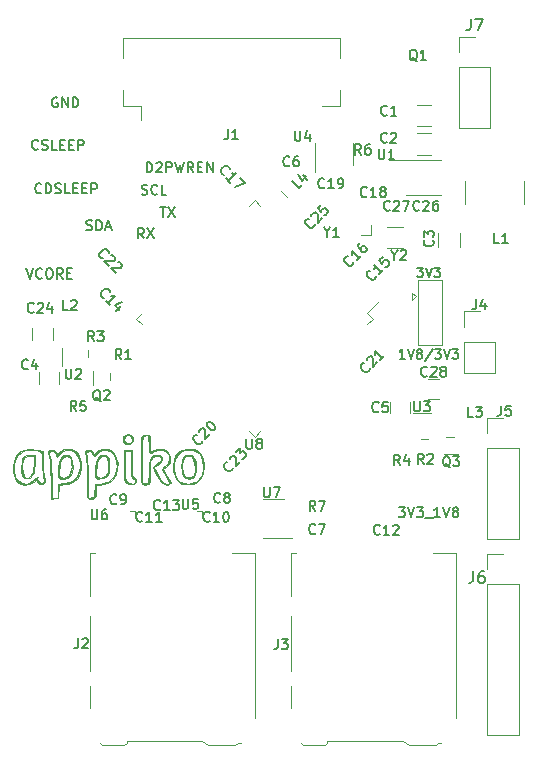
<source format=gto>
G04 #@! TF.GenerationSoftware,KiCad,Pcbnew,5.1.4-e60b266~84~ubuntu18.04.1*
G04 #@! TF.CreationDate,2019-09-09T20:57:08+05:30*
G04 #@! TF.ProjectId,SenseCam_rev1,53656e73-6543-4616-9d5f-726576312e6b,rev?*
G04 #@! TF.SameCoordinates,Original*
G04 #@! TF.FileFunction,Legend,Top*
G04 #@! TF.FilePolarity,Positive*
%FSLAX46Y46*%
G04 Gerber Fmt 4.6, Leading zero omitted, Abs format (unit mm)*
G04 Created by KiCad (PCBNEW 5.1.4-e60b266~84~ubuntu18.04.1) date 2019-09-09 20:57:08*
%MOMM*%
%LPD*%
G04 APERTURE LIST*
%ADD10C,0.200000*%
%ADD11C,0.010000*%
%ADD12C,0.120000*%
%ADD13C,0.150000*%
G04 APERTURE END LIST*
D10*
X88680952Y-152661904D02*
X88223809Y-152661904D01*
X88452380Y-152661904D02*
X88452380Y-151861904D01*
X88376190Y-151976190D01*
X88300000Y-152052380D01*
X88223809Y-152090476D01*
X88909523Y-151861904D02*
X89176190Y-152661904D01*
X89442857Y-151861904D01*
X89823809Y-152204761D02*
X89747619Y-152166666D01*
X89709523Y-152128571D01*
X89671428Y-152052380D01*
X89671428Y-152014285D01*
X89709523Y-151938095D01*
X89747619Y-151900000D01*
X89823809Y-151861904D01*
X89976190Y-151861904D01*
X90052380Y-151900000D01*
X90090476Y-151938095D01*
X90128571Y-152014285D01*
X90128571Y-152052380D01*
X90090476Y-152128571D01*
X90052380Y-152166666D01*
X89976190Y-152204761D01*
X89823809Y-152204761D01*
X89747619Y-152242857D01*
X89709523Y-152280952D01*
X89671428Y-152357142D01*
X89671428Y-152509523D01*
X89709523Y-152585714D01*
X89747619Y-152623809D01*
X89823809Y-152661904D01*
X89976190Y-152661904D01*
X90052380Y-152623809D01*
X90090476Y-152585714D01*
X90128571Y-152509523D01*
X90128571Y-152357142D01*
X90090476Y-152280952D01*
X90052380Y-152242857D01*
X89976190Y-152204761D01*
X91042857Y-151823809D02*
X90357142Y-152852380D01*
X91233333Y-151861904D02*
X91728571Y-151861904D01*
X91461904Y-152166666D01*
X91576190Y-152166666D01*
X91652380Y-152204761D01*
X91690476Y-152242857D01*
X91728571Y-152319047D01*
X91728571Y-152509523D01*
X91690476Y-152585714D01*
X91652380Y-152623809D01*
X91576190Y-152661904D01*
X91347619Y-152661904D01*
X91271428Y-152623809D01*
X91233333Y-152585714D01*
X91957142Y-151861904D02*
X92223809Y-152661904D01*
X92490476Y-151861904D01*
X92680952Y-151861904D02*
X93176190Y-151861904D01*
X92909523Y-152166666D01*
X93023809Y-152166666D01*
X93100000Y-152204761D01*
X93138095Y-152242857D01*
X93176190Y-152319047D01*
X93176190Y-152509523D01*
X93138095Y-152585714D01*
X93100000Y-152623809D01*
X93023809Y-152661904D01*
X92795238Y-152661904D01*
X92719047Y-152623809D01*
X92680952Y-152585714D01*
X89709523Y-144961904D02*
X90204761Y-144961904D01*
X89938095Y-145266666D01*
X90052380Y-145266666D01*
X90128571Y-145304761D01*
X90166666Y-145342857D01*
X90204761Y-145419047D01*
X90204761Y-145609523D01*
X90166666Y-145685714D01*
X90128571Y-145723809D01*
X90052380Y-145761904D01*
X89823809Y-145761904D01*
X89747619Y-145723809D01*
X89709523Y-145685714D01*
X90433333Y-144961904D02*
X90700000Y-145761904D01*
X90966666Y-144961904D01*
X91157142Y-144961904D02*
X91652380Y-144961904D01*
X91385714Y-145266666D01*
X91500000Y-145266666D01*
X91576190Y-145304761D01*
X91614285Y-145342857D01*
X91652380Y-145419047D01*
X91652380Y-145609523D01*
X91614285Y-145685714D01*
X91576190Y-145723809D01*
X91500000Y-145761904D01*
X91271428Y-145761904D01*
X91195238Y-145723809D01*
X91157142Y-145685714D01*
D11*
G36*
X70639914Y-160858463D02*
G01*
X70842887Y-161052763D01*
X70954506Y-161381929D01*
X70976789Y-161850323D01*
X70956832Y-162121177D01*
X70899833Y-162474849D01*
X70801777Y-162690187D01*
X70638040Y-162797392D01*
X70383996Y-162826665D01*
X70381584Y-162826666D01*
X70132262Y-162797706D01*
X69971312Y-162687341D01*
X69908853Y-162603257D01*
X69810476Y-162359845D01*
X69766278Y-161997548D01*
X69765001Y-161934842D01*
X69838462Y-161934842D01*
X69880266Y-162268279D01*
X69970427Y-162519898D01*
X70008408Y-162572013D01*
X70229560Y-162711168D01*
X70479984Y-162720994D01*
X70699371Y-162607981D01*
X70788987Y-162488000D01*
X70878437Y-162193662D01*
X70901960Y-161840937D01*
X70865738Y-161483199D01*
X70775953Y-161173820D01*
X70638787Y-160966173D01*
X70610158Y-160944129D01*
X70379938Y-160881894D01*
X70133534Y-160950836D01*
X70004690Y-161053428D01*
X69900525Y-161266437D01*
X69845165Y-161580568D01*
X69838462Y-161934842D01*
X69765001Y-161934842D01*
X69762470Y-161810666D01*
X69793383Y-161352512D01*
X69891260Y-161039505D01*
X70063812Y-160858167D01*
X70318749Y-160795016D01*
X70343570Y-160794666D01*
X70639914Y-160858463D01*
X70639914Y-160858463D01*
G37*
X70639914Y-160858463D02*
X70842887Y-161052763D01*
X70954506Y-161381929D01*
X70976789Y-161850323D01*
X70956832Y-162121177D01*
X70899833Y-162474849D01*
X70801777Y-162690187D01*
X70638040Y-162797392D01*
X70383996Y-162826665D01*
X70381584Y-162826666D01*
X70132262Y-162797706D01*
X69971312Y-162687341D01*
X69908853Y-162603257D01*
X69810476Y-162359845D01*
X69766278Y-161997548D01*
X69765001Y-161934842D01*
X69838462Y-161934842D01*
X69880266Y-162268279D01*
X69970427Y-162519898D01*
X70008408Y-162572013D01*
X70229560Y-162711168D01*
X70479984Y-162720994D01*
X70699371Y-162607981D01*
X70788987Y-162488000D01*
X70878437Y-162193662D01*
X70901960Y-161840937D01*
X70865738Y-161483199D01*
X70775953Y-161173820D01*
X70638787Y-160966173D01*
X70610158Y-160944129D01*
X70379938Y-160881894D01*
X70133534Y-160950836D01*
X70004690Y-161053428D01*
X69900525Y-161266437D01*
X69845165Y-161580568D01*
X69838462Y-161934842D01*
X69765001Y-161934842D01*
X69762470Y-161810666D01*
X69793383Y-161352512D01*
X69891260Y-161039505D01*
X70063812Y-160858167D01*
X70318749Y-160795016D01*
X70343570Y-160794666D01*
X70639914Y-160858463D01*
G36*
X57605333Y-162699666D02*
G01*
X57563000Y-162742000D01*
X57520666Y-162699666D01*
X57563000Y-162657333D01*
X57605333Y-162699666D01*
X57605333Y-162699666D01*
G37*
X57605333Y-162699666D02*
X57563000Y-162742000D01*
X57520666Y-162699666D01*
X57563000Y-162657333D01*
X57605333Y-162699666D01*
G36*
X57338590Y-161550601D02*
G01*
X57314657Y-161951466D01*
X57274215Y-162226898D01*
X57208152Y-162420634D01*
X57131295Y-162545434D01*
X56918345Y-162733283D01*
X56669724Y-162813810D01*
X56439067Y-162777293D01*
X56328121Y-162691027D01*
X56251548Y-162503570D01*
X56210231Y-162205368D01*
X56203173Y-161851085D01*
X56203335Y-161848876D01*
X56293000Y-161848876D01*
X56324193Y-162290250D01*
X56414023Y-162587726D01*
X56556868Y-162736079D01*
X56747104Y-162730084D01*
X56979107Y-162564515D01*
X57019074Y-162523562D01*
X57123715Y-162390314D01*
X57189590Y-162232203D01*
X57228267Y-162003410D01*
X57251313Y-161658115D01*
X57254188Y-161592229D01*
X57284043Y-160879333D01*
X56949810Y-160879333D01*
X56658215Y-160915288D01*
X56462393Y-161037970D01*
X56347287Y-161269603D01*
X56297841Y-161632413D01*
X56293000Y-161848876D01*
X56203335Y-161848876D01*
X56229382Y-161495386D01*
X56287862Y-161192933D01*
X56358451Y-161024132D01*
X56473221Y-160884334D01*
X56618029Y-160816137D01*
X56854110Y-160795311D01*
X56938375Y-160794666D01*
X57368181Y-160794666D01*
X57338590Y-161550601D01*
X57338590Y-161550601D01*
G37*
X57338590Y-161550601D02*
X57314657Y-161951466D01*
X57274215Y-162226898D01*
X57208152Y-162420634D01*
X57131295Y-162545434D01*
X56918345Y-162733283D01*
X56669724Y-162813810D01*
X56439067Y-162777293D01*
X56328121Y-162691027D01*
X56251548Y-162503570D01*
X56210231Y-162205368D01*
X56203173Y-161851085D01*
X56203335Y-161848876D01*
X56293000Y-161848876D01*
X56324193Y-162290250D01*
X56414023Y-162587726D01*
X56556868Y-162736079D01*
X56747104Y-162730084D01*
X56979107Y-162564515D01*
X57019074Y-162523562D01*
X57123715Y-162390314D01*
X57189590Y-162232203D01*
X57228267Y-162003410D01*
X57251313Y-161658115D01*
X57254188Y-161592229D01*
X57284043Y-160879333D01*
X56949810Y-160879333D01*
X56658215Y-160915288D01*
X56462393Y-161037970D01*
X56347287Y-161269603D01*
X56297841Y-161632413D01*
X56293000Y-161848876D01*
X56203335Y-161848876D01*
X56229382Y-161495386D01*
X56287862Y-161192933D01*
X56358451Y-161024132D01*
X56473221Y-160884334D01*
X56618029Y-160816137D01*
X56854110Y-160795311D01*
X56938375Y-160794666D01*
X57368181Y-160794666D01*
X57338590Y-161550601D01*
G36*
X63346205Y-160823056D02*
G01*
X63495988Y-160918209D01*
X63586669Y-161119772D01*
X63631274Y-161451006D01*
X63641550Y-161734753D01*
X63618248Y-162186984D01*
X63522847Y-162500606D01*
X63341529Y-162695997D01*
X63060474Y-162793535D01*
X62912396Y-162810026D01*
X62670691Y-162817054D01*
X62545234Y-162781119D01*
X62484122Y-162679230D01*
X62465347Y-162611998D01*
X62445956Y-162410205D01*
X62514909Y-162410205D01*
X62544433Y-162609306D01*
X62666384Y-162720795D01*
X62875166Y-162746307D01*
X63115117Y-162691354D01*
X63330577Y-162561450D01*
X63364813Y-162528048D01*
X63473426Y-162389431D01*
X63533000Y-162230682D01*
X63556092Y-161998943D01*
X63556664Y-161720573D01*
X63536782Y-161388865D01*
X63493407Y-161128945D01*
X63441173Y-160998910D01*
X63260413Y-160893344D01*
X63043063Y-160922626D01*
X62834971Y-161073691D01*
X62744901Y-161197309D01*
X62651183Y-161433179D01*
X62575678Y-161755742D01*
X62527287Y-162102313D01*
X62514909Y-162410205D01*
X62445956Y-162410205D01*
X62435569Y-162302126D01*
X62462347Y-161910408D01*
X62535906Y-161510796D01*
X62646472Y-161177246D01*
X62658285Y-161152215D01*
X62785682Y-160940879D01*
X62935297Y-160842550D01*
X63124295Y-160811052D01*
X63346205Y-160823056D01*
X63346205Y-160823056D01*
G37*
X63346205Y-160823056D02*
X63495988Y-160918209D01*
X63586669Y-161119772D01*
X63631274Y-161451006D01*
X63641550Y-161734753D01*
X63618248Y-162186984D01*
X63522847Y-162500606D01*
X63341529Y-162695997D01*
X63060474Y-162793535D01*
X62912396Y-162810026D01*
X62670691Y-162817054D01*
X62545234Y-162781119D01*
X62484122Y-162679230D01*
X62465347Y-162611998D01*
X62445956Y-162410205D01*
X62514909Y-162410205D01*
X62544433Y-162609306D01*
X62666384Y-162720795D01*
X62875166Y-162746307D01*
X63115117Y-162691354D01*
X63330577Y-162561450D01*
X63364813Y-162528048D01*
X63473426Y-162389431D01*
X63533000Y-162230682D01*
X63556092Y-161998943D01*
X63556664Y-161720573D01*
X63536782Y-161388865D01*
X63493407Y-161128945D01*
X63441173Y-160998910D01*
X63260413Y-160893344D01*
X63043063Y-160922626D01*
X62834971Y-161073691D01*
X62744901Y-161197309D01*
X62651183Y-161433179D01*
X62575678Y-161755742D01*
X62527287Y-162102313D01*
X62514909Y-162410205D01*
X62445956Y-162410205D01*
X62435569Y-162302126D01*
X62462347Y-161910408D01*
X62535906Y-161510796D01*
X62646472Y-161177246D01*
X62658285Y-161152215D01*
X62785682Y-160940879D01*
X62935297Y-160842550D01*
X63124295Y-160811052D01*
X63346205Y-160823056D01*
G36*
X60207718Y-160817084D02*
G01*
X60350989Y-160898254D01*
X60445152Y-161084192D01*
X60513918Y-161404529D01*
X60525319Y-161478019D01*
X60538651Y-161849421D01*
X60482898Y-162224137D01*
X60371424Y-162539884D01*
X60264048Y-162695856D01*
X60080711Y-162786849D01*
X59796155Y-162826207D01*
X59759898Y-162826666D01*
X59522072Y-162814709D01*
X59399670Y-162760668D01*
X59339431Y-162637289D01*
X59331544Y-162607471D01*
X59312807Y-162410246D01*
X59382232Y-162410246D01*
X59411766Y-162609306D01*
X59531633Y-162713887D01*
X59740940Y-162744904D01*
X59978267Y-162705703D01*
X60182196Y-162599631D01*
X60218653Y-162565340D01*
X60350199Y-162356292D01*
X60437560Y-162099067D01*
X60438205Y-162095670D01*
X60462054Y-161799095D01*
X60440457Y-161476782D01*
X60382281Y-161187823D01*
X60296397Y-160991310D01*
X60267789Y-160960228D01*
X60062835Y-160885842D01*
X59839997Y-160954490D01*
X59641493Y-161150901D01*
X59612381Y-161197309D01*
X59518594Y-161433164D01*
X59443034Y-161755736D01*
X59394611Y-162102328D01*
X59382232Y-162410246D01*
X59312807Y-162410246D01*
X59302484Y-162301595D01*
X59329282Y-161913186D01*
X59402130Y-161515795D01*
X59511219Y-161182971D01*
X59525618Y-161152215D01*
X59653015Y-160940879D01*
X59802630Y-160842550D01*
X59991629Y-160811052D01*
X60207718Y-160817084D01*
X60207718Y-160817084D01*
G37*
X60207718Y-160817084D02*
X60350989Y-160898254D01*
X60445152Y-161084192D01*
X60513918Y-161404529D01*
X60525319Y-161478019D01*
X60538651Y-161849421D01*
X60482898Y-162224137D01*
X60371424Y-162539884D01*
X60264048Y-162695856D01*
X60080711Y-162786849D01*
X59796155Y-162826207D01*
X59759898Y-162826666D01*
X59522072Y-162814709D01*
X59399670Y-162760668D01*
X59339431Y-162637289D01*
X59331544Y-162607471D01*
X59312807Y-162410246D01*
X59382232Y-162410246D01*
X59411766Y-162609306D01*
X59531633Y-162713887D01*
X59740940Y-162744904D01*
X59978267Y-162705703D01*
X60182196Y-162599631D01*
X60218653Y-162565340D01*
X60350199Y-162356292D01*
X60437560Y-162099067D01*
X60438205Y-162095670D01*
X60462054Y-161799095D01*
X60440457Y-161476782D01*
X60382281Y-161187823D01*
X60296397Y-160991310D01*
X60267789Y-160960228D01*
X60062835Y-160885842D01*
X59839997Y-160954490D01*
X59641493Y-161150901D01*
X59612381Y-161197309D01*
X59518594Y-161433164D01*
X59443034Y-161755736D01*
X59394611Y-162102328D01*
X59382232Y-162410246D01*
X59312807Y-162410246D01*
X59302484Y-162301595D01*
X59329282Y-161913186D01*
X59402130Y-161515795D01*
X59511219Y-161182971D01*
X59525618Y-161152215D01*
X59653015Y-160940879D01*
X59802630Y-160842550D01*
X59991629Y-160811052D01*
X60207718Y-160817084D01*
G36*
X65473552Y-159142142D02*
G01*
X65625897Y-159318140D01*
X65657747Y-159554459D01*
X65583022Y-159750787D01*
X65429235Y-159861064D01*
X65200544Y-159907644D01*
X64984180Y-159875667D01*
X64950166Y-159858598D01*
X64839898Y-159707120D01*
X64806655Y-159489455D01*
X64910173Y-159489455D01*
X64942503Y-159691151D01*
X64972245Y-159737432D01*
X65109091Y-159847992D01*
X65272502Y-159835250D01*
X65400232Y-159775687D01*
X65537168Y-159629488D01*
X65554484Y-159443329D01*
X65476009Y-159267228D01*
X65325573Y-159151205D01*
X65127002Y-159145280D01*
X65103735Y-159153309D01*
X64970117Y-159282632D01*
X64910173Y-159489455D01*
X64806655Y-159489455D01*
X64804755Y-159477018D01*
X64852781Y-159245148D01*
X64880514Y-159193055D01*
X65012171Y-159108676D01*
X65223079Y-159073115D01*
X65225333Y-159073111D01*
X65473552Y-159142142D01*
X65473552Y-159142142D01*
G37*
X65473552Y-159142142D02*
X65625897Y-159318140D01*
X65657747Y-159554459D01*
X65583022Y-159750787D01*
X65429235Y-159861064D01*
X65200544Y-159907644D01*
X64984180Y-159875667D01*
X64950166Y-159858598D01*
X64839898Y-159707120D01*
X64806655Y-159489455D01*
X64910173Y-159489455D01*
X64942503Y-159691151D01*
X64972245Y-159737432D01*
X65109091Y-159847992D01*
X65272502Y-159835250D01*
X65400232Y-159775687D01*
X65537168Y-159629488D01*
X65554484Y-159443329D01*
X65476009Y-159267228D01*
X65325573Y-159151205D01*
X65127002Y-159145280D01*
X65103735Y-159153309D01*
X64970117Y-159282632D01*
X64910173Y-159489455D01*
X64806655Y-159489455D01*
X64804755Y-159477018D01*
X64852781Y-159245148D01*
X64880514Y-159193055D01*
X65012171Y-159108676D01*
X65223079Y-159073115D01*
X65225333Y-159073111D01*
X65473552Y-159142142D01*
G36*
X70809786Y-160332087D02*
G01*
X71177542Y-160472309D01*
X71436850Y-160734729D01*
X71593879Y-161126219D01*
X71654801Y-161653651D01*
X71655933Y-161786780D01*
X71602407Y-162343920D01*
X71446944Y-162768687D01*
X71183919Y-163067985D01*
X70807709Y-163248714D01*
X70412304Y-163313180D01*
X70046541Y-163313141D01*
X69767813Y-163248197D01*
X69628000Y-163182087D01*
X69362943Y-162946204D01*
X69177923Y-162599741D01*
X69073856Y-162181828D01*
X69066710Y-162036863D01*
X69135373Y-162036863D01*
X69218227Y-162459482D01*
X69395846Y-162821745D01*
X69657023Y-163075900D01*
X70017408Y-163216791D01*
X70430597Y-163241553D01*
X70825892Y-163149901D01*
X70962273Y-163081124D01*
X71275732Y-162824090D01*
X71471547Y-162493046D01*
X71563576Y-162058684D01*
X71575016Y-161785295D01*
X71541815Y-161305782D01*
X71431851Y-160947441D01*
X71230491Y-160673922D01*
X71076707Y-160547341D01*
X70752886Y-160407985D01*
X70360946Y-160370919D01*
X69967887Y-160436373D01*
X69728910Y-160542732D01*
X69444053Y-160806823D01*
X69249421Y-161170538D01*
X69146149Y-161593883D01*
X69135373Y-162036863D01*
X69066710Y-162036863D01*
X69051660Y-161731599D01*
X69112252Y-161288184D01*
X69256548Y-160890715D01*
X69485466Y-160578325D01*
X69565411Y-160511013D01*
X69835318Y-160381410D01*
X70227186Y-160314168D01*
X70327411Y-160307191D01*
X70809786Y-160332087D01*
X70809786Y-160332087D01*
G37*
X70809786Y-160332087D02*
X71177542Y-160472309D01*
X71436850Y-160734729D01*
X71593879Y-161126219D01*
X71654801Y-161653651D01*
X71655933Y-161786780D01*
X71602407Y-162343920D01*
X71446944Y-162768687D01*
X71183919Y-163067985D01*
X70807709Y-163248714D01*
X70412304Y-163313180D01*
X70046541Y-163313141D01*
X69767813Y-163248197D01*
X69628000Y-163182087D01*
X69362943Y-162946204D01*
X69177923Y-162599741D01*
X69073856Y-162181828D01*
X69066710Y-162036863D01*
X69135373Y-162036863D01*
X69218227Y-162459482D01*
X69395846Y-162821745D01*
X69657023Y-163075900D01*
X70017408Y-163216791D01*
X70430597Y-163241553D01*
X70825892Y-163149901D01*
X70962273Y-163081124D01*
X71275732Y-162824090D01*
X71471547Y-162493046D01*
X71563576Y-162058684D01*
X71575016Y-161785295D01*
X71541815Y-161305782D01*
X71431851Y-160947441D01*
X71230491Y-160673922D01*
X71076707Y-160547341D01*
X70752886Y-160407985D01*
X70360946Y-160370919D01*
X69967887Y-160436373D01*
X69728910Y-160542732D01*
X69444053Y-160806823D01*
X69249421Y-161170538D01*
X69146149Y-161593883D01*
X69135373Y-162036863D01*
X69066710Y-162036863D01*
X69051660Y-161731599D01*
X69112252Y-161288184D01*
X69256548Y-160890715D01*
X69485466Y-160578325D01*
X69565411Y-160511013D01*
X69835318Y-160381410D01*
X70227186Y-160314168D01*
X70327411Y-160307191D01*
X70809786Y-160332087D01*
G36*
X66982166Y-159091961D02*
G01*
X67037056Y-159153894D01*
X67070987Y-159340048D01*
X67086427Y-159668542D01*
X67088000Y-159869380D01*
X67090653Y-160228763D01*
X67102070Y-160444376D01*
X67127440Y-160541746D01*
X67171949Y-160546397D01*
X67217721Y-160507706D01*
X67440680Y-160380091D01*
X67762206Y-160309324D01*
X68117651Y-160307148D01*
X68231640Y-160323534D01*
X68534287Y-160457072D01*
X68731190Y-160714254D01*
X68810469Y-161077784D01*
X68811035Y-161167030D01*
X68778013Y-161416060D01*
X68668225Y-161607949D01*
X68501793Y-161769601D01*
X68201545Y-162029145D01*
X68540194Y-162561776D01*
X68698638Y-162835318D01*
X68803617Y-163064659D01*
X68835104Y-163205113D01*
X68832745Y-163214537D01*
X68719191Y-163303915D01*
X68516734Y-163331033D01*
X68294519Y-163294415D01*
X68162555Y-163228833D01*
X68050305Y-163104301D01*
X67893269Y-162880265D01*
X67717959Y-162601349D01*
X67550886Y-162312183D01*
X67418561Y-162057391D01*
X67347496Y-161881602D01*
X67342000Y-161847583D01*
X67411622Y-161739288D01*
X67582714Y-161620647D01*
X67617951Y-161602997D01*
X67882425Y-161433584D01*
X68033115Y-161244063D01*
X68050412Y-161064315D01*
X68013827Y-160999698D01*
X67824050Y-160888498D01*
X67582702Y-160896069D01*
X67350169Y-161014146D01*
X67263478Y-161102418D01*
X67185505Y-161220828D01*
X67134447Y-161363418D01*
X67104829Y-161566900D01*
X67091174Y-161867985D01*
X67088000Y-162278692D01*
X67084256Y-162704929D01*
X67070483Y-162990572D01*
X67042862Y-163164248D01*
X66997579Y-163254583D01*
X66954075Y-163283274D01*
X66653225Y-163324982D01*
X66431833Y-163278593D01*
X66396003Y-163222134D01*
X66368631Y-163074817D01*
X66348896Y-162820907D01*
X66335977Y-162444669D01*
X66329053Y-161930367D01*
X66327296Y-161274444D01*
X66329734Y-160810324D01*
X66410655Y-160810324D01*
X66410666Y-161201231D01*
X66413199Y-161757747D01*
X66420299Y-162256986D01*
X66431220Y-162674249D01*
X66445215Y-162984836D01*
X66461538Y-163164048D01*
X66470998Y-163197442D01*
X66592925Y-163234526D01*
X66746164Y-163232720D01*
X66836395Y-163217286D01*
X66898308Y-163176744D01*
X66938910Y-163082392D01*
X66965207Y-162905528D01*
X66984205Y-162617453D01*
X67002909Y-162189464D01*
X67003333Y-162179173D01*
X67033398Y-161660113D01*
X67081860Y-161287157D01*
X67160181Y-161037221D01*
X67279824Y-160887218D01*
X67452254Y-160814062D01*
X67688934Y-160794667D01*
X67690810Y-160794666D01*
X67958353Y-160851063D01*
X68111169Y-160995253D01*
X68148434Y-161189730D01*
X68069328Y-161396991D01*
X67873027Y-161579533D01*
X67709718Y-161657664D01*
X67522549Y-161740829D01*
X67429082Y-161812698D01*
X67426666Y-161821607D01*
X67467913Y-161925387D01*
X67574830Y-162128859D01*
X67722184Y-162388851D01*
X67884743Y-162662189D01*
X68037271Y-162905701D01*
X68154537Y-163076214D01*
X68174928Y-163101833D01*
X68301757Y-163183462D01*
X68486432Y-163239187D01*
X68664691Y-163258013D01*
X68772270Y-163228944D01*
X68781333Y-163205591D01*
X68739281Y-163117640D01*
X68628164Y-162925960D01*
X68470540Y-162669226D01*
X68442666Y-162624942D01*
X68278929Y-162355550D01*
X68158705Y-162138434D01*
X68104922Y-162015369D01*
X68104000Y-162007939D01*
X68166151Y-161909582D01*
X68319840Y-161768696D01*
X68362255Y-161736241D01*
X68631050Y-161461820D01*
X68739020Y-161160537D01*
X68688821Y-160860393D01*
X68488718Y-160573005D01*
X68197572Y-160408000D01*
X67849344Y-160373540D01*
X67477999Y-160477782D01*
X67360625Y-160541284D01*
X67209870Y-160626075D01*
X67109615Y-160645969D01*
X67048040Y-160578374D01*
X67013330Y-160400701D01*
X66993667Y-160090359D01*
X66983836Y-159821000D01*
X66969051Y-159484601D01*
X66946303Y-159284852D01*
X66905964Y-159189079D01*
X66838404Y-159164605D01*
X66791666Y-159168855D01*
X66670726Y-159188046D01*
X66578523Y-159218828D01*
X66511160Y-159281976D01*
X66464744Y-159398264D01*
X66435380Y-159588469D01*
X66419174Y-159873363D01*
X66412230Y-160273724D01*
X66410655Y-160810324D01*
X66329734Y-160810324D01*
X66330254Y-160711499D01*
X66337841Y-160203251D01*
X66349282Y-159774829D01*
X66363803Y-159451363D01*
X66380627Y-159257985D01*
X66390796Y-159215835D01*
X66525197Y-159134420D01*
X66762823Y-159090780D01*
X66982166Y-159091961D01*
X66982166Y-159091961D01*
G37*
X66982166Y-159091961D02*
X67037056Y-159153894D01*
X67070987Y-159340048D01*
X67086427Y-159668542D01*
X67088000Y-159869380D01*
X67090653Y-160228763D01*
X67102070Y-160444376D01*
X67127440Y-160541746D01*
X67171949Y-160546397D01*
X67217721Y-160507706D01*
X67440680Y-160380091D01*
X67762206Y-160309324D01*
X68117651Y-160307148D01*
X68231640Y-160323534D01*
X68534287Y-160457072D01*
X68731190Y-160714254D01*
X68810469Y-161077784D01*
X68811035Y-161167030D01*
X68778013Y-161416060D01*
X68668225Y-161607949D01*
X68501793Y-161769601D01*
X68201545Y-162029145D01*
X68540194Y-162561776D01*
X68698638Y-162835318D01*
X68803617Y-163064659D01*
X68835104Y-163205113D01*
X68832745Y-163214537D01*
X68719191Y-163303915D01*
X68516734Y-163331033D01*
X68294519Y-163294415D01*
X68162555Y-163228833D01*
X68050305Y-163104301D01*
X67893269Y-162880265D01*
X67717959Y-162601349D01*
X67550886Y-162312183D01*
X67418561Y-162057391D01*
X67347496Y-161881602D01*
X67342000Y-161847583D01*
X67411622Y-161739288D01*
X67582714Y-161620647D01*
X67617951Y-161602997D01*
X67882425Y-161433584D01*
X68033115Y-161244063D01*
X68050412Y-161064315D01*
X68013827Y-160999698D01*
X67824050Y-160888498D01*
X67582702Y-160896069D01*
X67350169Y-161014146D01*
X67263478Y-161102418D01*
X67185505Y-161220828D01*
X67134447Y-161363418D01*
X67104829Y-161566900D01*
X67091174Y-161867985D01*
X67088000Y-162278692D01*
X67084256Y-162704929D01*
X67070483Y-162990572D01*
X67042862Y-163164248D01*
X66997579Y-163254583D01*
X66954075Y-163283274D01*
X66653225Y-163324982D01*
X66431833Y-163278593D01*
X66396003Y-163222134D01*
X66368631Y-163074817D01*
X66348896Y-162820907D01*
X66335977Y-162444669D01*
X66329053Y-161930367D01*
X66327296Y-161274444D01*
X66329734Y-160810324D01*
X66410655Y-160810324D01*
X66410666Y-161201231D01*
X66413199Y-161757747D01*
X66420299Y-162256986D01*
X66431220Y-162674249D01*
X66445215Y-162984836D01*
X66461538Y-163164048D01*
X66470998Y-163197442D01*
X66592925Y-163234526D01*
X66746164Y-163232720D01*
X66836395Y-163217286D01*
X66898308Y-163176744D01*
X66938910Y-163082392D01*
X66965207Y-162905528D01*
X66984205Y-162617453D01*
X67002909Y-162189464D01*
X67003333Y-162179173D01*
X67033398Y-161660113D01*
X67081860Y-161287157D01*
X67160181Y-161037221D01*
X67279824Y-160887218D01*
X67452254Y-160814062D01*
X67688934Y-160794667D01*
X67690810Y-160794666D01*
X67958353Y-160851063D01*
X68111169Y-160995253D01*
X68148434Y-161189730D01*
X68069328Y-161396991D01*
X67873027Y-161579533D01*
X67709718Y-161657664D01*
X67522549Y-161740829D01*
X67429082Y-161812698D01*
X67426666Y-161821607D01*
X67467913Y-161925387D01*
X67574830Y-162128859D01*
X67722184Y-162388851D01*
X67884743Y-162662189D01*
X68037271Y-162905701D01*
X68154537Y-163076214D01*
X68174928Y-163101833D01*
X68301757Y-163183462D01*
X68486432Y-163239187D01*
X68664691Y-163258013D01*
X68772270Y-163228944D01*
X68781333Y-163205591D01*
X68739281Y-163117640D01*
X68628164Y-162925960D01*
X68470540Y-162669226D01*
X68442666Y-162624942D01*
X68278929Y-162355550D01*
X68158705Y-162138434D01*
X68104922Y-162015369D01*
X68104000Y-162007939D01*
X68166151Y-161909582D01*
X68319840Y-161768696D01*
X68362255Y-161736241D01*
X68631050Y-161461820D01*
X68739020Y-161160537D01*
X68688821Y-160860393D01*
X68488718Y-160573005D01*
X68197572Y-160408000D01*
X67849344Y-160373540D01*
X67477999Y-160477782D01*
X67360625Y-160541284D01*
X67209870Y-160626075D01*
X67109615Y-160645969D01*
X67048040Y-160578374D01*
X67013330Y-160400701D01*
X66993667Y-160090359D01*
X66983836Y-159821000D01*
X66969051Y-159484601D01*
X66946303Y-159284852D01*
X66905964Y-159189079D01*
X66838404Y-159164605D01*
X66791666Y-159168855D01*
X66670726Y-159188046D01*
X66578523Y-159218828D01*
X66511160Y-159281976D01*
X66464744Y-159398264D01*
X66435380Y-159588469D01*
X66419174Y-159873363D01*
X66412230Y-160273724D01*
X66410655Y-160810324D01*
X66329734Y-160810324D01*
X66330254Y-160711499D01*
X66337841Y-160203251D01*
X66349282Y-159774829D01*
X66363803Y-159451363D01*
X66380627Y-159257985D01*
X66390796Y-159215835D01*
X66525197Y-159134420D01*
X66762823Y-159090780D01*
X66982166Y-159091961D01*
G36*
X65564000Y-161522259D02*
G01*
X65565717Y-161985675D01*
X65573333Y-162307064D01*
X65590542Y-162513718D01*
X65621037Y-162632929D01*
X65668514Y-162691990D01*
X65725505Y-162715420D01*
X65883826Y-162828961D01*
X65933564Y-163013746D01*
X65857151Y-163198227D01*
X65846748Y-163209156D01*
X65627092Y-163318665D01*
X65350414Y-163303090D01*
X65183000Y-163233494D01*
X65020400Y-163117891D01*
X64951463Y-163045569D01*
X64929740Y-162932526D01*
X64911149Y-162682002D01*
X64897151Y-162325838D01*
X64889207Y-161895878D01*
X64887963Y-161662500D01*
X64886752Y-160456000D01*
X64971333Y-160456000D01*
X64971333Y-161680368D01*
X64972874Y-162162157D01*
X64980111Y-162504184D01*
X64996966Y-162736008D01*
X65027359Y-162887190D01*
X65075211Y-162987292D01*
X65144444Y-163065874D01*
X65156631Y-163077368D01*
X65392292Y-163218985D01*
X65631394Y-163238933D01*
X65794450Y-163155016D01*
X65852398Y-163011157D01*
X65801276Y-162875378D01*
X65691000Y-162826666D01*
X65609358Y-162802742D01*
X65551191Y-162715698D01*
X65512821Y-162542625D01*
X65490573Y-162260615D01*
X65480771Y-161846759D01*
X65479333Y-161507408D01*
X65479333Y-160456000D01*
X64971333Y-160456000D01*
X64886752Y-160456000D01*
X64886666Y-160371333D01*
X65564000Y-160371333D01*
X65564000Y-161522259D01*
X65564000Y-161522259D01*
G37*
X65564000Y-161522259D02*
X65565717Y-161985675D01*
X65573333Y-162307064D01*
X65590542Y-162513718D01*
X65621037Y-162632929D01*
X65668514Y-162691990D01*
X65725505Y-162715420D01*
X65883826Y-162828961D01*
X65933564Y-163013746D01*
X65857151Y-163198227D01*
X65846748Y-163209156D01*
X65627092Y-163318665D01*
X65350414Y-163303090D01*
X65183000Y-163233494D01*
X65020400Y-163117891D01*
X64951463Y-163045569D01*
X64929740Y-162932526D01*
X64911149Y-162682002D01*
X64897151Y-162325838D01*
X64889207Y-161895878D01*
X64887963Y-161662500D01*
X64886752Y-160456000D01*
X64971333Y-160456000D01*
X64971333Y-161680368D01*
X64972874Y-162162157D01*
X64980111Y-162504184D01*
X64996966Y-162736008D01*
X65027359Y-162887190D01*
X65075211Y-162987292D01*
X65144444Y-163065874D01*
X65156631Y-163077368D01*
X65392292Y-163218985D01*
X65631394Y-163238933D01*
X65794450Y-163155016D01*
X65852398Y-163011157D01*
X65801276Y-162875378D01*
X65691000Y-162826666D01*
X65609358Y-162802742D01*
X65551191Y-162715698D01*
X65512821Y-162542625D01*
X65490573Y-162260615D01*
X65480771Y-161846759D01*
X65479333Y-161507408D01*
X65479333Y-160456000D01*
X64971333Y-160456000D01*
X64886752Y-160456000D01*
X64886666Y-160371333D01*
X65564000Y-160371333D01*
X65564000Y-161522259D01*
G36*
X57539735Y-160365652D02*
G01*
X57601165Y-160378349D01*
X58028666Y-160470031D01*
X58030686Y-161330849D01*
X58039810Y-161822143D01*
X58069942Y-162207442D01*
X58129201Y-162549593D01*
X58225707Y-162911442D01*
X58241682Y-162964087D01*
X58250762Y-163097253D01*
X58150652Y-163187486D01*
X58015392Y-163241940D01*
X57787575Y-163285938D01*
X57629651Y-163209474D01*
X57498395Y-162989728D01*
X57486705Y-162962826D01*
X57413199Y-162936996D01*
X57328585Y-163013838D01*
X57086497Y-163195608D01*
X56753462Y-163303983D01*
X56397583Y-163323687D01*
X56166000Y-163274601D01*
X55866541Y-163077254D01*
X55647947Y-162745827D01*
X55519759Y-162299818D01*
X55488666Y-161890505D01*
X55490871Y-161869725D01*
X55573333Y-161869725D01*
X55594735Y-162225512D01*
X55651409Y-162526862D01*
X55698641Y-162654062D01*
X55942009Y-162980143D01*
X56252624Y-163182187D01*
X56596341Y-163246658D01*
X56939014Y-163160025D01*
X56954732Y-163151896D01*
X57148749Y-163009800D01*
X57247816Y-162901443D01*
X57383725Y-162804631D01*
X57525641Y-162816194D01*
X57603501Y-162926155D01*
X57605333Y-162952358D01*
X57675017Y-163113449D01*
X57844499Y-163184889D01*
X57996829Y-163162258D01*
X58097387Y-163113156D01*
X58136170Y-163035978D01*
X58118909Y-162884105D01*
X58060329Y-162645557D01*
X58007765Y-162353957D01*
X57967561Y-161961573D01*
X57946000Y-161536844D01*
X57944000Y-161377940D01*
X57941992Y-160976898D01*
X57917586Y-160713228D01*
X57843209Y-160555047D01*
X57691287Y-160470472D01*
X57434247Y-160427619D01*
X57097333Y-160398952D01*
X56777486Y-160381854D01*
X56561093Y-160402409D01*
X56384257Y-160472441D01*
X56252681Y-160555257D01*
X55891557Y-160866238D01*
X55674228Y-161224162D01*
X55580632Y-161667850D01*
X55573333Y-161869725D01*
X55490871Y-161869725D01*
X55548623Y-161325540D01*
X55726107Y-160881488D01*
X56017539Y-160560912D01*
X56419341Y-160366372D01*
X56927932Y-160300432D01*
X57539735Y-160365652D01*
X57539735Y-160365652D01*
G37*
X57539735Y-160365652D02*
X57601165Y-160378349D01*
X58028666Y-160470031D01*
X58030686Y-161330849D01*
X58039810Y-161822143D01*
X58069942Y-162207442D01*
X58129201Y-162549593D01*
X58225707Y-162911442D01*
X58241682Y-162964087D01*
X58250762Y-163097253D01*
X58150652Y-163187486D01*
X58015392Y-163241940D01*
X57787575Y-163285938D01*
X57629651Y-163209474D01*
X57498395Y-162989728D01*
X57486705Y-162962826D01*
X57413199Y-162936996D01*
X57328585Y-163013838D01*
X57086497Y-163195608D01*
X56753462Y-163303983D01*
X56397583Y-163323687D01*
X56166000Y-163274601D01*
X55866541Y-163077254D01*
X55647947Y-162745827D01*
X55519759Y-162299818D01*
X55488666Y-161890505D01*
X55490871Y-161869725D01*
X55573333Y-161869725D01*
X55594735Y-162225512D01*
X55651409Y-162526862D01*
X55698641Y-162654062D01*
X55942009Y-162980143D01*
X56252624Y-163182187D01*
X56596341Y-163246658D01*
X56939014Y-163160025D01*
X56954732Y-163151896D01*
X57148749Y-163009800D01*
X57247816Y-162901443D01*
X57383725Y-162804631D01*
X57525641Y-162816194D01*
X57603501Y-162926155D01*
X57605333Y-162952358D01*
X57675017Y-163113449D01*
X57844499Y-163184889D01*
X57996829Y-163162258D01*
X58097387Y-163113156D01*
X58136170Y-163035978D01*
X58118909Y-162884105D01*
X58060329Y-162645557D01*
X58007765Y-162353957D01*
X57967561Y-161961573D01*
X57946000Y-161536844D01*
X57944000Y-161377940D01*
X57941992Y-160976898D01*
X57917586Y-160713228D01*
X57843209Y-160555047D01*
X57691287Y-160470472D01*
X57434247Y-160427619D01*
X57097333Y-160398952D01*
X56777486Y-160381854D01*
X56561093Y-160402409D01*
X56384257Y-160472441D01*
X56252681Y-160555257D01*
X55891557Y-160866238D01*
X55674228Y-161224162D01*
X55580632Y-161667850D01*
X55573333Y-161869725D01*
X55490871Y-161869725D01*
X55548623Y-161325540D01*
X55726107Y-160881488D01*
X56017539Y-160560912D01*
X56419341Y-160366372D01*
X56927932Y-160300432D01*
X57539735Y-160365652D01*
G36*
X63513637Y-160319334D02*
G01*
X63840455Y-160444541D01*
X64090051Y-160694522D01*
X64261450Y-161056601D01*
X64348751Y-161489756D01*
X64346054Y-161952959D01*
X64247457Y-162405188D01*
X64154293Y-162626405D01*
X63908168Y-162938578D01*
X63548683Y-163176559D01*
X63125225Y-163312918D01*
X62879060Y-163334666D01*
X62516000Y-163334666D01*
X62516000Y-163875941D01*
X62505268Y-164193653D01*
X62467867Y-164377634D01*
X62395992Y-164462430D01*
X62382075Y-164468608D01*
X62173797Y-164513002D01*
X61956133Y-164512081D01*
X61813685Y-164466593D01*
X61810444Y-164463555D01*
X61792788Y-164364957D01*
X61777390Y-164124291D01*
X61765177Y-163768816D01*
X61757073Y-163325791D01*
X61754004Y-162822476D01*
X61754000Y-162801211D01*
X61748383Y-162183107D01*
X61732332Y-161652427D01*
X61707045Y-161232767D01*
X61673721Y-160947722D01*
X61655768Y-160867443D01*
X61594735Y-160631856D01*
X61596685Y-160619274D01*
X61693073Y-160619274D01*
X61707266Y-160771598D01*
X61742547Y-160882875D01*
X61778388Y-161076637D01*
X61806795Y-161419474D01*
X61826758Y-161891246D01*
X61837269Y-162471817D01*
X61838666Y-162802331D01*
X61838666Y-164446062D01*
X62389000Y-164393000D01*
X62439070Y-163250000D01*
X62824572Y-163250000D01*
X63140316Y-163217284D01*
X63443334Y-163136063D01*
X63505593Y-163109767D01*
X63833734Y-162878846D01*
X64069229Y-162561737D01*
X64214742Y-162187571D01*
X64272936Y-161785478D01*
X64246475Y-161384591D01*
X64138023Y-161014041D01*
X63950244Y-160702958D01*
X63685801Y-160480473D01*
X63347360Y-160375719D01*
X63255181Y-160371333D01*
X63000278Y-160418942D01*
X62756377Y-160538872D01*
X62577289Y-160696775D01*
X62516000Y-160843145D01*
X62474845Y-160941956D01*
X62377197Y-160919869D01*
X62261781Y-160796012D01*
X62203602Y-160688833D01*
X62069835Y-160498486D01*
X61898531Y-160470201D01*
X61763714Y-160532871D01*
X61693073Y-160619274D01*
X61596685Y-160619274D01*
X61614161Y-160506565D01*
X61741386Y-160441080D01*
X61906548Y-160404323D01*
X62100703Y-160385987D01*
X62204914Y-160458653D01*
X62259999Y-160577738D01*
X62346249Y-160804593D01*
X62541940Y-160577090D01*
X62803480Y-160391077D01*
X63147338Y-160303121D01*
X63513637Y-160319334D01*
X63513637Y-160319334D01*
G37*
X63513637Y-160319334D02*
X63840455Y-160444541D01*
X64090051Y-160694522D01*
X64261450Y-161056601D01*
X64348751Y-161489756D01*
X64346054Y-161952959D01*
X64247457Y-162405188D01*
X64154293Y-162626405D01*
X63908168Y-162938578D01*
X63548683Y-163176559D01*
X63125225Y-163312918D01*
X62879060Y-163334666D01*
X62516000Y-163334666D01*
X62516000Y-163875941D01*
X62505268Y-164193653D01*
X62467867Y-164377634D01*
X62395992Y-164462430D01*
X62382075Y-164468608D01*
X62173797Y-164513002D01*
X61956133Y-164512081D01*
X61813685Y-164466593D01*
X61810444Y-164463555D01*
X61792788Y-164364957D01*
X61777390Y-164124291D01*
X61765177Y-163768816D01*
X61757073Y-163325791D01*
X61754004Y-162822476D01*
X61754000Y-162801211D01*
X61748383Y-162183107D01*
X61732332Y-161652427D01*
X61707045Y-161232767D01*
X61673721Y-160947722D01*
X61655768Y-160867443D01*
X61594735Y-160631856D01*
X61596685Y-160619274D01*
X61693073Y-160619274D01*
X61707266Y-160771598D01*
X61742547Y-160882875D01*
X61778388Y-161076637D01*
X61806795Y-161419474D01*
X61826758Y-161891246D01*
X61837269Y-162471817D01*
X61838666Y-162802331D01*
X61838666Y-164446062D01*
X62389000Y-164393000D01*
X62439070Y-163250000D01*
X62824572Y-163250000D01*
X63140316Y-163217284D01*
X63443334Y-163136063D01*
X63505593Y-163109767D01*
X63833734Y-162878846D01*
X64069229Y-162561737D01*
X64214742Y-162187571D01*
X64272936Y-161785478D01*
X64246475Y-161384591D01*
X64138023Y-161014041D01*
X63950244Y-160702958D01*
X63685801Y-160480473D01*
X63347360Y-160375719D01*
X63255181Y-160371333D01*
X63000278Y-160418942D01*
X62756377Y-160538872D01*
X62577289Y-160696775D01*
X62516000Y-160843145D01*
X62474845Y-160941956D01*
X62377197Y-160919869D01*
X62261781Y-160796012D01*
X62203602Y-160688833D01*
X62069835Y-160498486D01*
X61898531Y-160470201D01*
X61763714Y-160532871D01*
X61693073Y-160619274D01*
X61596685Y-160619274D01*
X61614161Y-160506565D01*
X61741386Y-160441080D01*
X61906548Y-160404323D01*
X62100703Y-160385987D01*
X62204914Y-160458653D01*
X62259999Y-160577738D01*
X62346249Y-160804593D01*
X62541940Y-160577090D01*
X62803480Y-160391077D01*
X63147338Y-160303121D01*
X63513637Y-160319334D01*
G36*
X60503057Y-160344874D02*
G01*
X60789623Y-160488619D01*
X60877243Y-160572266D01*
X61099530Y-160945163D01*
X61215913Y-161392238D01*
X61229693Y-161869854D01*
X61144172Y-162334375D01*
X60962652Y-162742165D01*
X60689902Y-163048469D01*
X60402113Y-163209092D01*
X60032292Y-163296601D01*
X59897947Y-163311521D01*
X59390548Y-163357530D01*
X59341000Y-164477666D01*
X59034404Y-164503294D01*
X58727809Y-164528921D01*
X58682476Y-162852294D01*
X58660644Y-162239233D01*
X58631254Y-161705597D01*
X58596179Y-161275940D01*
X58557292Y-160974818D01*
X58530388Y-160858238D01*
X58463229Y-160627318D01*
X58469845Y-160586464D01*
X58570397Y-160586464D01*
X58574912Y-160739328D01*
X58676101Y-161218337D01*
X58745476Y-161857711D01*
X58782506Y-162651398D01*
X58788964Y-163186500D01*
X58790666Y-164435333D01*
X59298666Y-164435333D01*
X59298666Y-163270352D01*
X59791036Y-163234737D01*
X60285635Y-163136120D01*
X60666143Y-162916053D01*
X60943081Y-162567743D01*
X61000006Y-162454042D01*
X61144783Y-161963304D01*
X61149239Y-161470812D01*
X61018188Y-161015715D01*
X60779601Y-160661075D01*
X60566537Y-160469418D01*
X60361600Y-160385721D01*
X60167920Y-160371333D01*
X59885357Y-160417032D01*
X59627288Y-160534102D01*
X59443667Y-160692501D01*
X59383333Y-160843145D01*
X59315425Y-160950030D01*
X59256333Y-160964000D01*
X59151291Y-160894107D01*
X59129333Y-160805033D01*
X59058486Y-160600976D01*
X58883072Y-160491463D01*
X58702322Y-160499500D01*
X58570397Y-160586464D01*
X58469845Y-160586464D01*
X58483138Y-160504386D01*
X58617725Y-160438879D01*
X58778797Y-160403340D01*
X58973625Y-160383419D01*
X59079331Y-160455564D01*
X59148777Y-160608185D01*
X59219157Y-160777468D01*
X59268214Y-160801979D01*
X59331971Y-160696274D01*
X59337822Y-160684562D01*
X59531380Y-160469777D01*
X59823638Y-160339122D01*
X60164296Y-160296264D01*
X60503057Y-160344874D01*
X60503057Y-160344874D01*
G37*
X60503057Y-160344874D02*
X60789623Y-160488619D01*
X60877243Y-160572266D01*
X61099530Y-160945163D01*
X61215913Y-161392238D01*
X61229693Y-161869854D01*
X61144172Y-162334375D01*
X60962652Y-162742165D01*
X60689902Y-163048469D01*
X60402113Y-163209092D01*
X60032292Y-163296601D01*
X59897947Y-163311521D01*
X59390548Y-163357530D01*
X59341000Y-164477666D01*
X59034404Y-164503294D01*
X58727809Y-164528921D01*
X58682476Y-162852294D01*
X58660644Y-162239233D01*
X58631254Y-161705597D01*
X58596179Y-161275940D01*
X58557292Y-160974818D01*
X58530388Y-160858238D01*
X58463229Y-160627318D01*
X58469845Y-160586464D01*
X58570397Y-160586464D01*
X58574912Y-160739328D01*
X58676101Y-161218337D01*
X58745476Y-161857711D01*
X58782506Y-162651398D01*
X58788964Y-163186500D01*
X58790666Y-164435333D01*
X59298666Y-164435333D01*
X59298666Y-163270352D01*
X59791036Y-163234737D01*
X60285635Y-163136120D01*
X60666143Y-162916053D01*
X60943081Y-162567743D01*
X61000006Y-162454042D01*
X61144783Y-161963304D01*
X61149239Y-161470812D01*
X61018188Y-161015715D01*
X60779601Y-160661075D01*
X60566537Y-160469418D01*
X60361600Y-160385721D01*
X60167920Y-160371333D01*
X59885357Y-160417032D01*
X59627288Y-160534102D01*
X59443667Y-160692501D01*
X59383333Y-160843145D01*
X59315425Y-160950030D01*
X59256333Y-160964000D01*
X59151291Y-160894107D01*
X59129333Y-160805033D01*
X59058486Y-160600976D01*
X58883072Y-160491463D01*
X58702322Y-160499500D01*
X58570397Y-160586464D01*
X58469845Y-160586464D01*
X58483138Y-160504386D01*
X58617725Y-160438879D01*
X58778797Y-160403340D01*
X58973625Y-160383419D01*
X59079331Y-160455564D01*
X59148777Y-160608185D01*
X59219157Y-160777468D01*
X59268214Y-160801979D01*
X59331971Y-160696274D01*
X59337822Y-160684562D01*
X59531380Y-160469777D01*
X59823638Y-160339122D01*
X60164296Y-160296264D01*
X60503057Y-160344874D01*
D12*
X66389916Y-148780025D02*
X65894942Y-149275000D01*
X65894942Y-149275000D02*
X66389916Y-149769975D01*
X75455025Y-139714916D02*
X75950000Y-139219942D01*
X75950000Y-139219942D02*
X76444975Y-139714916D01*
X76444975Y-158835084D02*
X75950000Y-159330058D01*
X75950000Y-159330058D02*
X75455025Y-158835084D01*
X85510084Y-149769975D02*
X86005058Y-149275000D01*
X86005058Y-149275000D02*
X85510084Y-148780025D01*
X85510084Y-148780025D02*
X86475284Y-147814824D01*
X79051777Y-137653249D02*
X79546751Y-138148223D01*
X78698223Y-138996751D02*
X78203249Y-138501777D01*
X65793800Y-165545000D02*
X65693800Y-165545000D01*
X65793800Y-165945000D02*
X65793800Y-165545000D01*
X65393800Y-165545000D02*
X65693800Y-165545000D01*
X71508800Y-165538100D02*
X71408800Y-165538100D01*
X71508800Y-165938100D02*
X71508800Y-165538100D01*
X71108800Y-165538100D02*
X71408800Y-165538100D01*
X89697936Y-133010000D02*
X90902064Y-133010000D01*
X89697936Y-131190000D02*
X90902064Y-131190000D01*
X89707636Y-133570300D02*
X90911764Y-133570300D01*
X89707636Y-135390300D02*
X90911764Y-135390300D01*
X93310000Y-141997936D02*
X93310000Y-143202064D01*
X91490000Y-141997936D02*
X91490000Y-143202064D01*
X57675000Y-153775000D02*
X57675000Y-154775000D01*
X59375000Y-154775000D02*
X59375000Y-153775000D01*
X89150000Y-157300000D02*
X89150000Y-156300000D01*
X87450000Y-156300000D02*
X87450000Y-157300000D01*
X81660000Y-131300000D02*
X83150000Y-131300000D01*
X83150000Y-131300000D02*
X83150000Y-129960000D01*
X66340000Y-131300000D02*
X64850000Y-131300000D01*
X64850000Y-131300000D02*
X64850000Y-129960000D01*
X83150000Y-127240000D02*
X83150000Y-125500000D01*
X83150000Y-125500000D02*
X64850000Y-125500000D01*
X64850000Y-125500000D02*
X64850000Y-127240000D01*
X66350000Y-131300000D02*
X66350000Y-132500000D01*
X74075000Y-169115000D02*
X75995000Y-169115000D01*
X75995000Y-169115000D02*
X75995000Y-183125000D01*
X62475000Y-169115000D02*
X62025000Y-169115000D01*
X62025000Y-169115000D02*
X62025000Y-172725000D01*
X74315000Y-185385000D02*
X72005000Y-185385000D01*
X63055000Y-185385000D02*
X64915000Y-185385000D01*
X63055000Y-185385000D02*
X62855000Y-185185000D01*
X62025000Y-174425000D02*
X62025000Y-179125000D01*
X62025000Y-180425000D02*
X62025000Y-182225000D01*
X65125000Y-185035000D02*
X71495000Y-185035000D01*
X65125000Y-185035000D02*
X65125000Y-185185000D01*
X64915000Y-185385000D02*
X65125000Y-185185000D01*
X74315000Y-185385000D02*
X74515000Y-185185000D01*
X74515000Y-185185000D02*
X74775000Y-185185000D01*
X72005000Y-185385000D02*
X71495000Y-185035000D01*
X89005000Y-185385000D02*
X88495000Y-185035000D01*
X91515000Y-185185000D02*
X91775000Y-185185000D01*
X91315000Y-185385000D02*
X91515000Y-185185000D01*
X81915000Y-185385000D02*
X82125000Y-185185000D01*
X82125000Y-185035000D02*
X82125000Y-185185000D01*
X82125000Y-185035000D02*
X88495000Y-185035000D01*
X79025000Y-180425000D02*
X79025000Y-182225000D01*
X79025000Y-174425000D02*
X79025000Y-179125000D01*
X80055000Y-185385000D02*
X79855000Y-185185000D01*
X80055000Y-185385000D02*
X81915000Y-185385000D01*
X91315000Y-185385000D02*
X89005000Y-185385000D01*
X79025000Y-169115000D02*
X79025000Y-172725000D01*
X79475000Y-169115000D02*
X79025000Y-169115000D01*
X92995000Y-169115000D02*
X92995000Y-183125000D01*
X91075000Y-169115000D02*
X92995000Y-169115000D01*
X93670000Y-153870000D02*
X96330000Y-153870000D01*
X93670000Y-151270000D02*
X93670000Y-153870000D01*
X96330000Y-151270000D02*
X96330000Y-153870000D01*
X93670000Y-151270000D02*
X96330000Y-151270000D01*
X93670000Y-150000000D02*
X93670000Y-148670000D01*
X93670000Y-148670000D02*
X95000000Y-148670000D01*
X95670000Y-167950000D02*
X98330000Y-167950000D01*
X95670000Y-160270000D02*
X95670000Y-167950000D01*
X98330000Y-160270000D02*
X98330000Y-167950000D01*
X95670000Y-160270000D02*
X98330000Y-160270000D01*
X95670000Y-159000000D02*
X95670000Y-157670000D01*
X95670000Y-157670000D02*
X97000000Y-157670000D01*
X89279600Y-147690400D02*
X89579600Y-147390400D01*
X89279600Y-147090400D02*
X89279600Y-147690400D01*
X89579600Y-147390400D02*
X89279600Y-147090400D01*
X89829600Y-146040400D02*
X91779600Y-146040400D01*
X89829600Y-151540400D02*
X89829600Y-146040400D01*
X91779600Y-151540400D02*
X89829600Y-151540400D01*
X91779600Y-146040400D02*
X91779600Y-151540400D01*
X93800000Y-137600000D02*
X93800000Y-139600000D01*
X98800000Y-139600000D02*
X98800000Y-137600000D01*
X62300000Y-153700000D02*
X62300000Y-154900000D01*
X62300000Y-154900000D02*
X62300000Y-154900000D01*
X63700000Y-153900000D02*
X63700000Y-154500000D01*
X92200000Y-159300000D02*
X92800000Y-159300000D01*
X93200000Y-160700000D02*
X93200000Y-160700000D01*
X92000000Y-160700000D02*
X93200000Y-160700000D01*
X90271600Y-135815100D02*
X87346600Y-135815100D01*
X90271600Y-135815100D02*
X91771600Y-135815100D01*
X90271600Y-138835100D02*
X88771600Y-138835100D01*
X90271600Y-138835100D02*
X91771600Y-138835100D01*
X59630000Y-153250000D02*
X59630000Y-151750000D01*
X61870000Y-151950000D02*
X61870000Y-152550000D01*
X90650000Y-159470000D02*
X90050000Y-159470000D01*
X89350000Y-157230000D02*
X90850000Y-157230000D01*
X84260000Y-136250000D02*
X84260000Y-134450000D01*
X81040000Y-134450000D02*
X81040000Y-136900000D01*
X76658900Y-167812100D02*
X79108900Y-167812100D01*
X78458900Y-164592100D02*
X76658900Y-164592100D01*
X87158200Y-143267400D02*
X88508200Y-143267400D01*
X87158200Y-141517400D02*
X88508200Y-141517400D01*
X84987300Y-142235700D02*
X85787300Y-142235700D01*
X85787300Y-142235700D02*
X85787300Y-141335700D01*
X58850000Y-151100000D02*
X58850000Y-150100000D01*
X57150000Y-150100000D02*
X57150000Y-151100000D01*
X90600000Y-156050000D02*
X91600000Y-156050000D01*
X91600000Y-154350000D02*
X90600000Y-154350000D01*
X95670000Y-184530000D02*
X98330000Y-184530000D01*
X95670000Y-171770000D02*
X95670000Y-184530000D01*
X98330000Y-171770000D02*
X98330000Y-184530000D01*
X95670000Y-171770000D02*
X98330000Y-171770000D01*
X95670000Y-170500000D02*
X95670000Y-169170000D01*
X95670000Y-169170000D02*
X97000000Y-169170000D01*
X93259600Y-133156000D02*
X95919600Y-133156000D01*
X93259600Y-128016000D02*
X93259600Y-133156000D01*
X95919600Y-128016000D02*
X95919600Y-133156000D01*
X93259600Y-128016000D02*
X95919600Y-128016000D01*
X93259600Y-126746000D02*
X93259600Y-125416000D01*
X93259600Y-125416000D02*
X94589600Y-125416000D01*
D13*
X75252380Y-159434523D02*
X75252380Y-160122619D01*
X75292857Y-160203571D01*
X75333333Y-160244047D01*
X75414285Y-160284523D01*
X75576190Y-160284523D01*
X75657142Y-160244047D01*
X75697619Y-160203571D01*
X75738095Y-160122619D01*
X75738095Y-159434523D01*
X76264285Y-159798809D02*
X76183333Y-159758333D01*
X76142857Y-159717857D01*
X76102380Y-159636904D01*
X76102380Y-159596428D01*
X76142857Y-159515476D01*
X76183333Y-159475000D01*
X76264285Y-159434523D01*
X76426190Y-159434523D01*
X76507142Y-159475000D01*
X76547619Y-159515476D01*
X76588095Y-159596428D01*
X76588095Y-159636904D01*
X76547619Y-159717857D01*
X76507142Y-159758333D01*
X76426190Y-159798809D01*
X76264285Y-159798809D01*
X76183333Y-159839285D01*
X76142857Y-159879761D01*
X76102380Y-159960714D01*
X76102380Y-160122619D01*
X76142857Y-160203571D01*
X76183333Y-160244047D01*
X76264285Y-160284523D01*
X76426190Y-160284523D01*
X76507142Y-160244047D01*
X76547619Y-160203571D01*
X76588095Y-160122619D01*
X76588095Y-159960714D01*
X76547619Y-159879761D01*
X76507142Y-159839285D01*
X76426190Y-159798809D01*
X89719047Y-127465476D02*
X89638095Y-127425000D01*
X89557142Y-127344047D01*
X89435714Y-127222619D01*
X89354761Y-127182142D01*
X89273809Y-127182142D01*
X89314285Y-127384523D02*
X89233333Y-127344047D01*
X89152380Y-127263095D01*
X89111904Y-127101190D01*
X89111904Y-126817857D01*
X89152380Y-126655952D01*
X89233333Y-126575000D01*
X89314285Y-126534523D01*
X89476190Y-126534523D01*
X89557142Y-126575000D01*
X89638095Y-126655952D01*
X89678571Y-126817857D01*
X89678571Y-127101190D01*
X89638095Y-127263095D01*
X89557142Y-127344047D01*
X89476190Y-127384523D01*
X89314285Y-127384523D01*
X90488095Y-127384523D02*
X90002380Y-127384523D01*
X90245238Y-127384523D02*
X90245238Y-126534523D01*
X90164285Y-126655952D01*
X90083333Y-126736904D01*
X90002380Y-126777380D01*
X79971725Y-137972072D02*
X79685516Y-138258282D01*
X79084475Y-137657241D01*
X80028967Y-137113443D02*
X80429661Y-137514137D01*
X79656895Y-137027580D02*
X79943104Y-137600000D01*
X80315177Y-137227927D01*
X62152380Y-165434523D02*
X62152380Y-166122619D01*
X62192857Y-166203571D01*
X62233333Y-166244047D01*
X62314285Y-166284523D01*
X62476190Y-166284523D01*
X62557142Y-166244047D01*
X62597619Y-166203571D01*
X62638095Y-166122619D01*
X62638095Y-165434523D01*
X63407142Y-165434523D02*
X63245238Y-165434523D01*
X63164285Y-165475000D01*
X63123809Y-165515476D01*
X63042857Y-165636904D01*
X63002380Y-165798809D01*
X63002380Y-166122619D01*
X63042857Y-166203571D01*
X63083333Y-166244047D01*
X63164285Y-166284523D01*
X63326190Y-166284523D01*
X63407142Y-166244047D01*
X63447619Y-166203571D01*
X63488095Y-166122619D01*
X63488095Y-165920238D01*
X63447619Y-165839285D01*
X63407142Y-165798809D01*
X63326190Y-165758333D01*
X63164285Y-165758333D01*
X63083333Y-165798809D01*
X63042857Y-165839285D01*
X63002380Y-165920238D01*
X69852380Y-164534523D02*
X69852380Y-165222619D01*
X69892857Y-165303571D01*
X69933333Y-165344047D01*
X70014285Y-165384523D01*
X70176190Y-165384523D01*
X70257142Y-165344047D01*
X70297619Y-165303571D01*
X70338095Y-165222619D01*
X70338095Y-164534523D01*
X71147619Y-164534523D02*
X70742857Y-164534523D01*
X70702380Y-164939285D01*
X70742857Y-164898809D01*
X70823809Y-164858333D01*
X71026190Y-164858333D01*
X71107142Y-164898809D01*
X71147619Y-164939285D01*
X71188095Y-165020238D01*
X71188095Y-165222619D01*
X71147619Y-165303571D01*
X71107142Y-165344047D01*
X71026190Y-165384523D01*
X70823809Y-165384523D01*
X70742857Y-165344047D01*
X70702380Y-165303571D01*
X87158333Y-132003571D02*
X87117857Y-132044047D01*
X86996428Y-132084523D01*
X86915476Y-132084523D01*
X86794047Y-132044047D01*
X86713095Y-131963095D01*
X86672619Y-131882142D01*
X86632142Y-131720238D01*
X86632142Y-131598809D01*
X86672619Y-131436904D01*
X86713095Y-131355952D01*
X86794047Y-131275000D01*
X86915476Y-131234523D01*
X86996428Y-131234523D01*
X87117857Y-131275000D01*
X87158333Y-131315476D01*
X87967857Y-132084523D02*
X87482142Y-132084523D01*
X87725000Y-132084523D02*
X87725000Y-131234523D01*
X87644047Y-131355952D01*
X87563095Y-131436904D01*
X87482142Y-131477380D01*
X87158333Y-134303571D02*
X87117857Y-134344047D01*
X86996428Y-134384523D01*
X86915476Y-134384523D01*
X86794047Y-134344047D01*
X86713095Y-134263095D01*
X86672619Y-134182142D01*
X86632142Y-134020238D01*
X86632142Y-133898809D01*
X86672619Y-133736904D01*
X86713095Y-133655952D01*
X86794047Y-133575000D01*
X86915476Y-133534523D01*
X86996428Y-133534523D01*
X87117857Y-133575000D01*
X87158333Y-133615476D01*
X87482142Y-133615476D02*
X87522619Y-133575000D01*
X87603571Y-133534523D01*
X87805952Y-133534523D01*
X87886904Y-133575000D01*
X87927380Y-133615476D01*
X87967857Y-133696428D01*
X87967857Y-133777380D01*
X87927380Y-133898809D01*
X87441666Y-134384523D01*
X87967857Y-134384523D01*
X91053571Y-142641666D02*
X91094047Y-142682142D01*
X91134523Y-142803571D01*
X91134523Y-142884523D01*
X91094047Y-143005952D01*
X91013095Y-143086904D01*
X90932142Y-143127380D01*
X90770238Y-143167857D01*
X90648809Y-143167857D01*
X90486904Y-143127380D01*
X90405952Y-143086904D01*
X90325000Y-143005952D01*
X90284523Y-142884523D01*
X90284523Y-142803571D01*
X90325000Y-142682142D01*
X90365476Y-142641666D01*
X90284523Y-142358333D02*
X90284523Y-141832142D01*
X90608333Y-142115476D01*
X90608333Y-141994047D01*
X90648809Y-141913095D01*
X90689285Y-141872619D01*
X90770238Y-141832142D01*
X90972619Y-141832142D01*
X91053571Y-141872619D01*
X91094047Y-141913095D01*
X91134523Y-141994047D01*
X91134523Y-142236904D01*
X91094047Y-142317857D01*
X91053571Y-142358333D01*
X56758333Y-153503571D02*
X56717857Y-153544047D01*
X56596428Y-153584523D01*
X56515476Y-153584523D01*
X56394047Y-153544047D01*
X56313095Y-153463095D01*
X56272619Y-153382142D01*
X56232142Y-153220238D01*
X56232142Y-153098809D01*
X56272619Y-152936904D01*
X56313095Y-152855952D01*
X56394047Y-152775000D01*
X56515476Y-152734523D01*
X56596428Y-152734523D01*
X56717857Y-152775000D01*
X56758333Y-152815476D01*
X57486904Y-153017857D02*
X57486904Y-153584523D01*
X57284523Y-152694047D02*
X57082142Y-153301190D01*
X57608333Y-153301190D01*
X86458333Y-157103571D02*
X86417857Y-157144047D01*
X86296428Y-157184523D01*
X86215476Y-157184523D01*
X86094047Y-157144047D01*
X86013095Y-157063095D01*
X85972619Y-156982142D01*
X85932142Y-156820238D01*
X85932142Y-156698809D01*
X85972619Y-156536904D01*
X86013095Y-156455952D01*
X86094047Y-156375000D01*
X86215476Y-156334523D01*
X86296428Y-156334523D01*
X86417857Y-156375000D01*
X86458333Y-156415476D01*
X87227380Y-156334523D02*
X86822619Y-156334523D01*
X86782142Y-156739285D01*
X86822619Y-156698809D01*
X86903571Y-156658333D01*
X87105952Y-156658333D01*
X87186904Y-156698809D01*
X87227380Y-156739285D01*
X87267857Y-156820238D01*
X87267857Y-157022619D01*
X87227380Y-157103571D01*
X87186904Y-157144047D01*
X87105952Y-157184523D01*
X86903571Y-157184523D01*
X86822619Y-157144047D01*
X86782142Y-157103571D01*
X78908333Y-136303571D02*
X78867857Y-136344047D01*
X78746428Y-136384523D01*
X78665476Y-136384523D01*
X78544047Y-136344047D01*
X78463095Y-136263095D01*
X78422619Y-136182142D01*
X78382142Y-136020238D01*
X78382142Y-135898809D01*
X78422619Y-135736904D01*
X78463095Y-135655952D01*
X78544047Y-135575000D01*
X78665476Y-135534523D01*
X78746428Y-135534523D01*
X78867857Y-135575000D01*
X78908333Y-135615476D01*
X79636904Y-135534523D02*
X79475000Y-135534523D01*
X79394047Y-135575000D01*
X79353571Y-135615476D01*
X79272619Y-135736904D01*
X79232142Y-135898809D01*
X79232142Y-136222619D01*
X79272619Y-136303571D01*
X79313095Y-136344047D01*
X79394047Y-136384523D01*
X79555952Y-136384523D01*
X79636904Y-136344047D01*
X79677380Y-136303571D01*
X79717857Y-136222619D01*
X79717857Y-136020238D01*
X79677380Y-135939285D01*
X79636904Y-135898809D01*
X79555952Y-135858333D01*
X79394047Y-135858333D01*
X79313095Y-135898809D01*
X79272619Y-135939285D01*
X79232142Y-136020238D01*
X81089133Y-167435571D02*
X81048657Y-167476047D01*
X80927228Y-167516523D01*
X80846276Y-167516523D01*
X80724847Y-167476047D01*
X80643895Y-167395095D01*
X80603419Y-167314142D01*
X80562942Y-167152238D01*
X80562942Y-167030809D01*
X80603419Y-166868904D01*
X80643895Y-166787952D01*
X80724847Y-166707000D01*
X80846276Y-166666523D01*
X80927228Y-166666523D01*
X81048657Y-166707000D01*
X81089133Y-166747476D01*
X81372466Y-166666523D02*
X81939133Y-166666523D01*
X81574847Y-167516523D01*
X73058333Y-164803571D02*
X73017857Y-164844047D01*
X72896428Y-164884523D01*
X72815476Y-164884523D01*
X72694047Y-164844047D01*
X72613095Y-164763095D01*
X72572619Y-164682142D01*
X72532142Y-164520238D01*
X72532142Y-164398809D01*
X72572619Y-164236904D01*
X72613095Y-164155952D01*
X72694047Y-164075000D01*
X72815476Y-164034523D01*
X72896428Y-164034523D01*
X73017857Y-164075000D01*
X73058333Y-164115476D01*
X73544047Y-164398809D02*
X73463095Y-164358333D01*
X73422619Y-164317857D01*
X73382142Y-164236904D01*
X73382142Y-164196428D01*
X73422619Y-164115476D01*
X73463095Y-164075000D01*
X73544047Y-164034523D01*
X73705952Y-164034523D01*
X73786904Y-164075000D01*
X73827380Y-164115476D01*
X73867857Y-164196428D01*
X73867857Y-164236904D01*
X73827380Y-164317857D01*
X73786904Y-164358333D01*
X73705952Y-164398809D01*
X73544047Y-164398809D01*
X73463095Y-164439285D01*
X73422619Y-164479761D01*
X73382142Y-164560714D01*
X73382142Y-164722619D01*
X73422619Y-164803571D01*
X73463095Y-164844047D01*
X73544047Y-164884523D01*
X73705952Y-164884523D01*
X73786904Y-164844047D01*
X73827380Y-164803571D01*
X73867857Y-164722619D01*
X73867857Y-164560714D01*
X73827380Y-164479761D01*
X73786904Y-164439285D01*
X73705952Y-164398809D01*
X64258333Y-164903571D02*
X64217857Y-164944047D01*
X64096428Y-164984523D01*
X64015476Y-164984523D01*
X63894047Y-164944047D01*
X63813095Y-164863095D01*
X63772619Y-164782142D01*
X63732142Y-164620238D01*
X63732142Y-164498809D01*
X63772619Y-164336904D01*
X63813095Y-164255952D01*
X63894047Y-164175000D01*
X64015476Y-164134523D01*
X64096428Y-164134523D01*
X64217857Y-164175000D01*
X64258333Y-164215476D01*
X64663095Y-164984523D02*
X64825000Y-164984523D01*
X64905952Y-164944047D01*
X64946428Y-164903571D01*
X65027380Y-164782142D01*
X65067857Y-164620238D01*
X65067857Y-164296428D01*
X65027380Y-164215476D01*
X64986904Y-164175000D01*
X64905952Y-164134523D01*
X64744047Y-164134523D01*
X64663095Y-164175000D01*
X64622619Y-164215476D01*
X64582142Y-164296428D01*
X64582142Y-164498809D01*
X64622619Y-164579761D01*
X64663095Y-164620238D01*
X64744047Y-164660714D01*
X64905952Y-164660714D01*
X64986904Y-164620238D01*
X65027380Y-164579761D01*
X65067857Y-164498809D01*
X72153571Y-166403571D02*
X72113095Y-166444047D01*
X71991666Y-166484523D01*
X71910714Y-166484523D01*
X71789285Y-166444047D01*
X71708333Y-166363095D01*
X71667857Y-166282142D01*
X71627380Y-166120238D01*
X71627380Y-165998809D01*
X71667857Y-165836904D01*
X71708333Y-165755952D01*
X71789285Y-165675000D01*
X71910714Y-165634523D01*
X71991666Y-165634523D01*
X72113095Y-165675000D01*
X72153571Y-165715476D01*
X72963095Y-166484523D02*
X72477380Y-166484523D01*
X72720238Y-166484523D02*
X72720238Y-165634523D01*
X72639285Y-165755952D01*
X72558333Y-165836904D01*
X72477380Y-165877380D01*
X73489285Y-165634523D02*
X73570238Y-165634523D01*
X73651190Y-165675000D01*
X73691666Y-165715476D01*
X73732142Y-165796428D01*
X73772619Y-165958333D01*
X73772619Y-166160714D01*
X73732142Y-166322619D01*
X73691666Y-166403571D01*
X73651190Y-166444047D01*
X73570238Y-166484523D01*
X73489285Y-166484523D01*
X73408333Y-166444047D01*
X73367857Y-166403571D01*
X73327380Y-166322619D01*
X73286904Y-166160714D01*
X73286904Y-165958333D01*
X73327380Y-165796428D01*
X73367857Y-165715476D01*
X73408333Y-165675000D01*
X73489285Y-165634523D01*
X66453571Y-166403571D02*
X66413095Y-166444047D01*
X66291666Y-166484523D01*
X66210714Y-166484523D01*
X66089285Y-166444047D01*
X66008333Y-166363095D01*
X65967857Y-166282142D01*
X65927380Y-166120238D01*
X65927380Y-165998809D01*
X65967857Y-165836904D01*
X66008333Y-165755952D01*
X66089285Y-165675000D01*
X66210714Y-165634523D01*
X66291666Y-165634523D01*
X66413095Y-165675000D01*
X66453571Y-165715476D01*
X67263095Y-166484523D02*
X66777380Y-166484523D01*
X67020238Y-166484523D02*
X67020238Y-165634523D01*
X66939285Y-165755952D01*
X66858333Y-165836904D01*
X66777380Y-165877380D01*
X68072619Y-166484523D02*
X67586904Y-166484523D01*
X67829761Y-166484523D02*
X67829761Y-165634523D01*
X67748809Y-165755952D01*
X67667857Y-165836904D01*
X67586904Y-165877380D01*
X86553571Y-167503571D02*
X86513095Y-167544047D01*
X86391666Y-167584523D01*
X86310714Y-167584523D01*
X86189285Y-167544047D01*
X86108333Y-167463095D01*
X86067857Y-167382142D01*
X86027380Y-167220238D01*
X86027380Y-167098809D01*
X86067857Y-166936904D01*
X86108333Y-166855952D01*
X86189285Y-166775000D01*
X86310714Y-166734523D01*
X86391666Y-166734523D01*
X86513095Y-166775000D01*
X86553571Y-166815476D01*
X87363095Y-167584523D02*
X86877380Y-167584523D01*
X87120238Y-167584523D02*
X87120238Y-166734523D01*
X87039285Y-166855952D01*
X86958333Y-166936904D01*
X86877380Y-166977380D01*
X87686904Y-166815476D02*
X87727380Y-166775000D01*
X87808333Y-166734523D01*
X88010714Y-166734523D01*
X88091666Y-166775000D01*
X88132142Y-166815476D01*
X88172619Y-166896428D01*
X88172619Y-166977380D01*
X88132142Y-167098809D01*
X87646428Y-167584523D01*
X88172619Y-167584523D01*
X67953571Y-165403571D02*
X67913095Y-165444047D01*
X67791666Y-165484523D01*
X67710714Y-165484523D01*
X67589285Y-165444047D01*
X67508333Y-165363095D01*
X67467857Y-165282142D01*
X67427380Y-165120238D01*
X67427380Y-164998809D01*
X67467857Y-164836904D01*
X67508333Y-164755952D01*
X67589285Y-164675000D01*
X67710714Y-164634523D01*
X67791666Y-164634523D01*
X67913095Y-164675000D01*
X67953571Y-164715476D01*
X68763095Y-165484523D02*
X68277380Y-165484523D01*
X68520238Y-165484523D02*
X68520238Y-164634523D01*
X68439285Y-164755952D01*
X68358333Y-164836904D01*
X68277380Y-164877380D01*
X69046428Y-164634523D02*
X69572619Y-164634523D01*
X69289285Y-164958333D01*
X69410714Y-164958333D01*
X69491666Y-164998809D01*
X69532142Y-165039285D01*
X69572619Y-165120238D01*
X69572619Y-165322619D01*
X69532142Y-165403571D01*
X69491666Y-165444047D01*
X69410714Y-165484523D01*
X69167857Y-165484523D01*
X69086904Y-165444047D01*
X69046428Y-165403571D01*
X63196644Y-147505589D02*
X63139402Y-147505589D01*
X63024918Y-147448347D01*
X62967676Y-147391105D01*
X62910434Y-147276621D01*
X62910434Y-147162137D01*
X62939055Y-147076274D01*
X63024918Y-146933169D01*
X63110781Y-146847306D01*
X63253886Y-146761443D01*
X63339749Y-146732822D01*
X63454233Y-146732822D01*
X63568717Y-146790064D01*
X63625959Y-146847306D01*
X63683201Y-146961790D01*
X63683201Y-147019032D01*
X63711822Y-148135250D02*
X63368370Y-147791798D01*
X63540096Y-147963524D02*
X64141136Y-147362484D01*
X63998031Y-147391105D01*
X63883547Y-147391105D01*
X63797685Y-147362484D01*
X64627693Y-148249734D02*
X64226999Y-148650428D01*
X64713556Y-147877661D02*
X64141136Y-148163871D01*
X64513209Y-148535944D01*
X86228274Y-145701040D02*
X86228274Y-145758282D01*
X86171032Y-145872766D01*
X86113790Y-145930008D01*
X85999306Y-145987250D01*
X85884822Y-145987250D01*
X85798959Y-145958629D01*
X85655854Y-145872766D01*
X85569991Y-145786903D01*
X85484128Y-145643798D01*
X85455507Y-145557935D01*
X85455507Y-145443451D01*
X85512749Y-145328967D01*
X85569991Y-145271725D01*
X85684475Y-145214483D01*
X85741717Y-145214483D01*
X86857935Y-145185862D02*
X86514483Y-145529314D01*
X86686209Y-145357588D02*
X86085169Y-144756548D01*
X86113790Y-144899653D01*
X86113790Y-145014137D01*
X86085169Y-145100000D01*
X86800693Y-144041023D02*
X86514483Y-144327233D01*
X86772072Y-144642064D01*
X86772072Y-144584822D01*
X86800693Y-144498959D01*
X86943798Y-144355854D01*
X87029661Y-144327233D01*
X87086903Y-144327233D01*
X87172766Y-144355854D01*
X87315871Y-144498959D01*
X87344492Y-144584822D01*
X87344492Y-144642064D01*
X87315871Y-144727927D01*
X87172766Y-144871032D01*
X87086903Y-144899653D01*
X87029661Y-144899653D01*
X84328274Y-144501040D02*
X84328274Y-144558282D01*
X84271032Y-144672766D01*
X84213790Y-144730008D01*
X84099306Y-144787250D01*
X83984822Y-144787250D01*
X83898959Y-144758629D01*
X83755854Y-144672766D01*
X83669991Y-144586903D01*
X83584128Y-144443798D01*
X83555507Y-144357935D01*
X83555507Y-144243451D01*
X83612749Y-144128967D01*
X83669991Y-144071725D01*
X83784475Y-144014483D01*
X83841717Y-144014483D01*
X84957935Y-143985862D02*
X84614483Y-144329314D01*
X84786209Y-144157588D02*
X84185169Y-143556548D01*
X84213790Y-143699653D01*
X84213790Y-143814137D01*
X84185169Y-143900000D01*
X84872072Y-142869644D02*
X84757588Y-142984128D01*
X84728967Y-143069991D01*
X84728967Y-143127233D01*
X84757588Y-143270338D01*
X84843451Y-143413443D01*
X85072419Y-143642411D01*
X85158282Y-143671032D01*
X85215524Y-143671032D01*
X85301387Y-143642411D01*
X85415871Y-143527927D01*
X85444492Y-143442064D01*
X85444492Y-143384822D01*
X85415871Y-143298959D01*
X85272766Y-143155854D01*
X85186903Y-143127233D01*
X85129661Y-143127233D01*
X85043798Y-143155854D01*
X84929314Y-143270338D01*
X84900693Y-143356201D01*
X84900693Y-143413443D01*
X84929314Y-143499306D01*
X73398959Y-137128274D02*
X73341717Y-137128274D01*
X73227233Y-137071032D01*
X73169991Y-137013790D01*
X73112749Y-136899306D01*
X73112749Y-136784822D01*
X73141370Y-136698959D01*
X73227233Y-136555854D01*
X73313096Y-136469991D01*
X73456201Y-136384128D01*
X73542064Y-136355507D01*
X73656548Y-136355507D01*
X73771032Y-136412749D01*
X73828274Y-136469991D01*
X73885516Y-136584475D01*
X73885516Y-136641717D01*
X73914137Y-137757935D02*
X73570685Y-137414483D01*
X73742411Y-137586209D02*
X74343451Y-136985169D01*
X74200346Y-137013790D01*
X74085862Y-137013790D01*
X74000000Y-136985169D01*
X74715524Y-137357241D02*
X75116218Y-137757935D01*
X74257588Y-138101387D01*
X85453571Y-138903571D02*
X85413095Y-138944047D01*
X85291666Y-138984523D01*
X85210714Y-138984523D01*
X85089285Y-138944047D01*
X85008333Y-138863095D01*
X84967857Y-138782142D01*
X84927380Y-138620238D01*
X84927380Y-138498809D01*
X84967857Y-138336904D01*
X85008333Y-138255952D01*
X85089285Y-138175000D01*
X85210714Y-138134523D01*
X85291666Y-138134523D01*
X85413095Y-138175000D01*
X85453571Y-138215476D01*
X86263095Y-138984523D02*
X85777380Y-138984523D01*
X86020238Y-138984523D02*
X86020238Y-138134523D01*
X85939285Y-138255952D01*
X85858333Y-138336904D01*
X85777380Y-138377380D01*
X86748809Y-138498809D02*
X86667857Y-138458333D01*
X86627380Y-138417857D01*
X86586904Y-138336904D01*
X86586904Y-138296428D01*
X86627380Y-138215476D01*
X86667857Y-138175000D01*
X86748809Y-138134523D01*
X86910714Y-138134523D01*
X86991666Y-138175000D01*
X87032142Y-138215476D01*
X87072619Y-138296428D01*
X87072619Y-138336904D01*
X87032142Y-138417857D01*
X86991666Y-138458333D01*
X86910714Y-138498809D01*
X86748809Y-138498809D01*
X86667857Y-138539285D01*
X86627380Y-138579761D01*
X86586904Y-138660714D01*
X86586904Y-138822619D01*
X86627380Y-138903571D01*
X86667857Y-138944047D01*
X86748809Y-138984523D01*
X86910714Y-138984523D01*
X86991666Y-138944047D01*
X87032142Y-138903571D01*
X87072619Y-138822619D01*
X87072619Y-138660714D01*
X87032142Y-138579761D01*
X86991666Y-138539285D01*
X86910714Y-138498809D01*
X81853571Y-138153571D02*
X81813095Y-138194047D01*
X81691666Y-138234523D01*
X81610714Y-138234523D01*
X81489285Y-138194047D01*
X81408333Y-138113095D01*
X81367857Y-138032142D01*
X81327380Y-137870238D01*
X81327380Y-137748809D01*
X81367857Y-137586904D01*
X81408333Y-137505952D01*
X81489285Y-137425000D01*
X81610714Y-137384523D01*
X81691666Y-137384523D01*
X81813095Y-137425000D01*
X81853571Y-137465476D01*
X82663095Y-138234523D02*
X82177380Y-138234523D01*
X82420238Y-138234523D02*
X82420238Y-137384523D01*
X82339285Y-137505952D01*
X82258333Y-137586904D01*
X82177380Y-137627380D01*
X83067857Y-138234523D02*
X83229761Y-138234523D01*
X83310714Y-138194047D01*
X83351190Y-138153571D01*
X83432142Y-138032142D01*
X83472619Y-137870238D01*
X83472619Y-137546428D01*
X83432142Y-137465476D01*
X83391666Y-137425000D01*
X83310714Y-137384523D01*
X83148809Y-137384523D01*
X83067857Y-137425000D01*
X83027380Y-137465476D01*
X82986904Y-137546428D01*
X82986904Y-137748809D01*
X83027380Y-137829761D01*
X83067857Y-137870238D01*
X83148809Y-137910714D01*
X83310714Y-137910714D01*
X83391666Y-137870238D01*
X83432142Y-137829761D01*
X83472619Y-137748809D01*
X71528274Y-159601040D02*
X71528274Y-159658282D01*
X71471032Y-159772766D01*
X71413790Y-159830008D01*
X71299306Y-159887250D01*
X71184822Y-159887250D01*
X71098959Y-159858629D01*
X70955854Y-159772766D01*
X70869991Y-159686903D01*
X70784128Y-159543798D01*
X70755507Y-159457935D01*
X70755507Y-159343451D01*
X70812749Y-159228967D01*
X70869991Y-159171725D01*
X70984475Y-159114483D01*
X71041717Y-159114483D01*
X71270685Y-158885516D02*
X71270685Y-158828274D01*
X71299306Y-158742411D01*
X71442411Y-158599306D01*
X71528274Y-158570685D01*
X71585516Y-158570685D01*
X71671379Y-158599306D01*
X71728620Y-158656548D01*
X71785862Y-158771032D01*
X71785862Y-159457935D01*
X72157935Y-159085862D01*
X71928967Y-158112749D02*
X71986209Y-158055507D01*
X72072072Y-158026886D01*
X72129314Y-158026886D01*
X72215177Y-158055507D01*
X72358282Y-158141370D01*
X72501387Y-158284475D01*
X72587250Y-158427580D01*
X72615871Y-158513443D01*
X72615871Y-158570685D01*
X72587250Y-158656548D01*
X72530008Y-158713790D01*
X72444145Y-158742411D01*
X72386903Y-158742411D01*
X72301040Y-158713790D01*
X72157935Y-158627927D01*
X72014830Y-158484822D01*
X71928967Y-158341717D01*
X71900346Y-158255854D01*
X71900346Y-158198612D01*
X71928967Y-158112749D01*
X85728274Y-153501040D02*
X85728274Y-153558282D01*
X85671032Y-153672766D01*
X85613790Y-153730008D01*
X85499306Y-153787250D01*
X85384822Y-153787250D01*
X85298959Y-153758629D01*
X85155854Y-153672766D01*
X85069991Y-153586903D01*
X84984128Y-153443798D01*
X84955507Y-153357935D01*
X84955507Y-153243451D01*
X85012749Y-153128967D01*
X85069991Y-153071725D01*
X85184475Y-153014483D01*
X85241717Y-153014483D01*
X85470685Y-152785516D02*
X85470685Y-152728274D01*
X85499306Y-152642411D01*
X85642411Y-152499306D01*
X85728274Y-152470685D01*
X85785516Y-152470685D01*
X85871379Y-152499306D01*
X85928620Y-152556548D01*
X85985862Y-152671032D01*
X85985862Y-153357935D01*
X86357935Y-152985862D01*
X86930355Y-152413443D02*
X86586903Y-152756895D01*
X86758629Y-152585169D02*
X86157588Y-151984128D01*
X86186209Y-152127233D01*
X86186209Y-152241717D01*
X86157588Y-152327580D01*
X63098959Y-144178274D02*
X63041717Y-144178274D01*
X62927233Y-144121032D01*
X62869991Y-144063790D01*
X62812749Y-143949306D01*
X62812749Y-143834822D01*
X62841370Y-143748959D01*
X62927233Y-143605854D01*
X63013096Y-143519991D01*
X63156201Y-143434128D01*
X63242064Y-143405507D01*
X63356548Y-143405507D01*
X63471032Y-143462749D01*
X63528274Y-143519991D01*
X63585516Y-143634475D01*
X63585516Y-143691717D01*
X63814483Y-143920685D02*
X63871725Y-143920685D01*
X63957588Y-143949306D01*
X64100693Y-144092411D01*
X64129314Y-144178274D01*
X64129314Y-144235516D01*
X64100693Y-144321379D01*
X64043451Y-144378620D01*
X63928967Y-144435862D01*
X63242064Y-144435862D01*
X63614137Y-144807935D01*
X64386903Y-144493104D02*
X64444145Y-144493104D01*
X64530008Y-144521725D01*
X64673113Y-144664830D01*
X64701734Y-144750693D01*
X64701734Y-144807935D01*
X64673113Y-144893798D01*
X64615871Y-144951040D01*
X64501387Y-145008282D01*
X63814483Y-145008282D01*
X64186556Y-145380355D01*
X74128274Y-161901040D02*
X74128274Y-161958282D01*
X74071032Y-162072766D01*
X74013790Y-162130008D01*
X73899306Y-162187250D01*
X73784822Y-162187250D01*
X73698959Y-162158629D01*
X73555854Y-162072766D01*
X73469991Y-161986903D01*
X73384128Y-161843798D01*
X73355507Y-161757935D01*
X73355507Y-161643451D01*
X73412749Y-161528967D01*
X73469991Y-161471725D01*
X73584475Y-161414483D01*
X73641717Y-161414483D01*
X73870685Y-161185516D02*
X73870685Y-161128274D01*
X73899306Y-161042411D01*
X74042411Y-160899306D01*
X74128274Y-160870685D01*
X74185516Y-160870685D01*
X74271379Y-160899306D01*
X74328620Y-160956548D01*
X74385862Y-161071032D01*
X74385862Y-161757935D01*
X74757935Y-161385862D01*
X74357241Y-160584475D02*
X74729314Y-160212402D01*
X74757935Y-160641717D01*
X74843798Y-160555854D01*
X74929661Y-160527233D01*
X74986903Y-160527233D01*
X75072766Y-160555854D01*
X75215871Y-160698959D01*
X75244492Y-160784822D01*
X75244492Y-160842064D01*
X75215871Y-160927927D01*
X75044145Y-161099653D01*
X74958282Y-161128274D01*
X74901040Y-161128274D01*
X81028274Y-141301040D02*
X81028274Y-141358282D01*
X80971032Y-141472766D01*
X80913790Y-141530008D01*
X80799306Y-141587250D01*
X80684822Y-141587250D01*
X80598959Y-141558629D01*
X80455854Y-141472766D01*
X80369991Y-141386903D01*
X80284128Y-141243798D01*
X80255507Y-141157935D01*
X80255507Y-141043451D01*
X80312749Y-140928967D01*
X80369991Y-140871725D01*
X80484475Y-140814483D01*
X80541717Y-140814483D01*
X80770685Y-140585516D02*
X80770685Y-140528274D01*
X80799306Y-140442411D01*
X80942411Y-140299306D01*
X81028274Y-140270685D01*
X81085516Y-140270685D01*
X81171379Y-140299306D01*
X81228620Y-140356548D01*
X81285862Y-140471032D01*
X81285862Y-141157935D01*
X81657935Y-140785862D01*
X81600693Y-139641023D02*
X81314483Y-139927233D01*
X81572072Y-140242064D01*
X81572072Y-140184822D01*
X81600693Y-140098959D01*
X81743798Y-139955854D01*
X81829661Y-139927233D01*
X81886903Y-139927233D01*
X81972766Y-139955854D01*
X82115871Y-140098959D01*
X82144492Y-140184822D01*
X82144492Y-140242064D01*
X82115871Y-140327927D01*
X81972766Y-140471032D01*
X81886903Y-140499653D01*
X81829661Y-140499653D01*
X89903571Y-140053571D02*
X89863095Y-140094047D01*
X89741666Y-140134523D01*
X89660714Y-140134523D01*
X89539285Y-140094047D01*
X89458333Y-140013095D01*
X89417857Y-139932142D01*
X89377380Y-139770238D01*
X89377380Y-139648809D01*
X89417857Y-139486904D01*
X89458333Y-139405952D01*
X89539285Y-139325000D01*
X89660714Y-139284523D01*
X89741666Y-139284523D01*
X89863095Y-139325000D01*
X89903571Y-139365476D01*
X90227380Y-139365476D02*
X90267857Y-139325000D01*
X90348809Y-139284523D01*
X90551190Y-139284523D01*
X90632142Y-139325000D01*
X90672619Y-139365476D01*
X90713095Y-139446428D01*
X90713095Y-139527380D01*
X90672619Y-139648809D01*
X90186904Y-140134523D01*
X90713095Y-140134523D01*
X91441666Y-139284523D02*
X91279761Y-139284523D01*
X91198809Y-139325000D01*
X91158333Y-139365476D01*
X91077380Y-139486904D01*
X91036904Y-139648809D01*
X91036904Y-139972619D01*
X91077380Y-140053571D01*
X91117857Y-140094047D01*
X91198809Y-140134523D01*
X91360714Y-140134523D01*
X91441666Y-140094047D01*
X91482142Y-140053571D01*
X91522619Y-139972619D01*
X91522619Y-139770238D01*
X91482142Y-139689285D01*
X91441666Y-139648809D01*
X91360714Y-139608333D01*
X91198809Y-139608333D01*
X91117857Y-139648809D01*
X91077380Y-139689285D01*
X91036904Y-139770238D01*
X87403571Y-140053571D02*
X87363095Y-140094047D01*
X87241666Y-140134523D01*
X87160714Y-140134523D01*
X87039285Y-140094047D01*
X86958333Y-140013095D01*
X86917857Y-139932142D01*
X86877380Y-139770238D01*
X86877380Y-139648809D01*
X86917857Y-139486904D01*
X86958333Y-139405952D01*
X87039285Y-139325000D01*
X87160714Y-139284523D01*
X87241666Y-139284523D01*
X87363095Y-139325000D01*
X87403571Y-139365476D01*
X87727380Y-139365476D02*
X87767857Y-139325000D01*
X87848809Y-139284523D01*
X88051190Y-139284523D01*
X88132142Y-139325000D01*
X88172619Y-139365476D01*
X88213095Y-139446428D01*
X88213095Y-139527380D01*
X88172619Y-139648809D01*
X87686904Y-140134523D01*
X88213095Y-140134523D01*
X88496428Y-139284523D02*
X89063095Y-139284523D01*
X88698809Y-140134523D01*
X73716666Y-133234523D02*
X73716666Y-133841666D01*
X73676190Y-133963095D01*
X73595238Y-134044047D01*
X73473809Y-134084523D01*
X73392857Y-134084523D01*
X74566666Y-134084523D02*
X74080952Y-134084523D01*
X74323809Y-134084523D02*
X74323809Y-133234523D01*
X74242857Y-133355952D01*
X74161904Y-133436904D01*
X74080952Y-133477380D01*
X61016666Y-176334523D02*
X61016666Y-176941666D01*
X60976190Y-177063095D01*
X60895238Y-177144047D01*
X60773809Y-177184523D01*
X60692857Y-177184523D01*
X61380952Y-176415476D02*
X61421428Y-176375000D01*
X61502380Y-176334523D01*
X61704761Y-176334523D01*
X61785714Y-176375000D01*
X61826190Y-176415476D01*
X61866666Y-176496428D01*
X61866666Y-176577380D01*
X61826190Y-176698809D01*
X61340476Y-177184523D01*
X61866666Y-177184523D01*
X77916666Y-176434523D02*
X77916666Y-177041666D01*
X77876190Y-177163095D01*
X77795238Y-177244047D01*
X77673809Y-177284523D01*
X77592857Y-177284523D01*
X78240476Y-176434523D02*
X78766666Y-176434523D01*
X78483333Y-176758333D01*
X78604761Y-176758333D01*
X78685714Y-176798809D01*
X78726190Y-176839285D01*
X78766666Y-176920238D01*
X78766666Y-177122619D01*
X78726190Y-177203571D01*
X78685714Y-177244047D01*
X78604761Y-177284523D01*
X78361904Y-177284523D01*
X78280952Y-177244047D01*
X78240476Y-177203571D01*
X94716666Y-147634523D02*
X94716666Y-148241666D01*
X94676190Y-148363095D01*
X94595238Y-148444047D01*
X94473809Y-148484523D01*
X94392857Y-148484523D01*
X95485714Y-147917857D02*
X95485714Y-148484523D01*
X95283333Y-147594047D02*
X95080952Y-148201190D01*
X95607142Y-148201190D01*
X96816666Y-156634523D02*
X96816666Y-157241666D01*
X96776190Y-157363095D01*
X96695238Y-157444047D01*
X96573809Y-157484523D01*
X96492857Y-157484523D01*
X97626190Y-156634523D02*
X97221428Y-156634523D01*
X97180952Y-157039285D01*
X97221428Y-156998809D01*
X97302380Y-156958333D01*
X97504761Y-156958333D01*
X97585714Y-156998809D01*
X97626190Y-157039285D01*
X97666666Y-157120238D01*
X97666666Y-157322619D01*
X97626190Y-157403571D01*
X97585714Y-157444047D01*
X97504761Y-157484523D01*
X97302380Y-157484523D01*
X97221428Y-157444047D01*
X97180952Y-157403571D01*
X96663733Y-142916623D02*
X96258971Y-142916623D01*
X96258971Y-142066623D01*
X97392304Y-142916623D02*
X96906590Y-142916623D01*
X97149447Y-142916623D02*
X97149447Y-142066623D01*
X97068495Y-142188052D01*
X96987542Y-142269004D01*
X96906590Y-142309480D01*
X62919047Y-156265476D02*
X62838095Y-156225000D01*
X62757142Y-156144047D01*
X62635714Y-156022619D01*
X62554761Y-155982142D01*
X62473809Y-155982142D01*
X62514285Y-156184523D02*
X62433333Y-156144047D01*
X62352380Y-156063095D01*
X62311904Y-155901190D01*
X62311904Y-155617857D01*
X62352380Y-155455952D01*
X62433333Y-155375000D01*
X62514285Y-155334523D01*
X62676190Y-155334523D01*
X62757142Y-155375000D01*
X62838095Y-155455952D01*
X62878571Y-155617857D01*
X62878571Y-155901190D01*
X62838095Y-156063095D01*
X62757142Y-156144047D01*
X62676190Y-156184523D01*
X62514285Y-156184523D01*
X63202380Y-155415476D02*
X63242857Y-155375000D01*
X63323809Y-155334523D01*
X63526190Y-155334523D01*
X63607142Y-155375000D01*
X63647619Y-155415476D01*
X63688095Y-155496428D01*
X63688095Y-155577380D01*
X63647619Y-155698809D01*
X63161904Y-156184523D01*
X63688095Y-156184523D01*
X92519047Y-161865476D02*
X92438095Y-161825000D01*
X92357142Y-161744047D01*
X92235714Y-161622619D01*
X92154761Y-161582142D01*
X92073809Y-161582142D01*
X92114285Y-161784523D02*
X92033333Y-161744047D01*
X91952380Y-161663095D01*
X91911904Y-161501190D01*
X91911904Y-161217857D01*
X91952380Y-161055952D01*
X92033333Y-160975000D01*
X92114285Y-160934523D01*
X92276190Y-160934523D01*
X92357142Y-160975000D01*
X92438095Y-161055952D01*
X92478571Y-161217857D01*
X92478571Y-161501190D01*
X92438095Y-161663095D01*
X92357142Y-161744047D01*
X92276190Y-161784523D01*
X92114285Y-161784523D01*
X92761904Y-160934523D02*
X93288095Y-160934523D01*
X93004761Y-161258333D01*
X93126190Y-161258333D01*
X93207142Y-161298809D01*
X93247619Y-161339285D01*
X93288095Y-161420238D01*
X93288095Y-161622619D01*
X93247619Y-161703571D01*
X93207142Y-161744047D01*
X93126190Y-161784523D01*
X92883333Y-161784523D01*
X92802380Y-161744047D01*
X92761904Y-161703571D01*
X64683333Y-152734523D02*
X64400000Y-152329761D01*
X64197619Y-152734523D02*
X64197619Y-151884523D01*
X64521428Y-151884523D01*
X64602380Y-151925000D01*
X64642857Y-151965476D01*
X64683333Y-152046428D01*
X64683333Y-152167857D01*
X64642857Y-152248809D01*
X64602380Y-152289285D01*
X64521428Y-152329761D01*
X64197619Y-152329761D01*
X65492857Y-152734523D02*
X65007142Y-152734523D01*
X65250000Y-152734523D02*
X65250000Y-151884523D01*
X65169047Y-152005952D01*
X65088095Y-152086904D01*
X65007142Y-152127380D01*
X90258333Y-161584523D02*
X89975000Y-161179761D01*
X89772619Y-161584523D02*
X89772619Y-160734523D01*
X90096428Y-160734523D01*
X90177380Y-160775000D01*
X90217857Y-160815476D01*
X90258333Y-160896428D01*
X90258333Y-161017857D01*
X90217857Y-161098809D01*
X90177380Y-161139285D01*
X90096428Y-161179761D01*
X89772619Y-161179761D01*
X90582142Y-160815476D02*
X90622619Y-160775000D01*
X90703571Y-160734523D01*
X90905952Y-160734523D01*
X90986904Y-160775000D01*
X91027380Y-160815476D01*
X91067857Y-160896428D01*
X91067857Y-160977380D01*
X91027380Y-161098809D01*
X90541666Y-161584523D01*
X91067857Y-161584523D01*
X62358333Y-151184523D02*
X62075000Y-150779761D01*
X61872619Y-151184523D02*
X61872619Y-150334523D01*
X62196428Y-150334523D01*
X62277380Y-150375000D01*
X62317857Y-150415476D01*
X62358333Y-150496428D01*
X62358333Y-150617857D01*
X62317857Y-150698809D01*
X62277380Y-150739285D01*
X62196428Y-150779761D01*
X61872619Y-150779761D01*
X62641666Y-150334523D02*
X63167857Y-150334523D01*
X62884523Y-150658333D01*
X63005952Y-150658333D01*
X63086904Y-150698809D01*
X63127380Y-150739285D01*
X63167857Y-150820238D01*
X63167857Y-151022619D01*
X63127380Y-151103571D01*
X63086904Y-151144047D01*
X63005952Y-151184523D01*
X62763095Y-151184523D01*
X62682142Y-151144047D01*
X62641666Y-151103571D01*
X88258333Y-161654523D02*
X87975000Y-161249761D01*
X87772619Y-161654523D02*
X87772619Y-160804523D01*
X88096428Y-160804523D01*
X88177380Y-160845000D01*
X88217857Y-160885476D01*
X88258333Y-160966428D01*
X88258333Y-161087857D01*
X88217857Y-161168809D01*
X88177380Y-161209285D01*
X88096428Y-161249761D01*
X87772619Y-161249761D01*
X88986904Y-161087857D02*
X88986904Y-161654523D01*
X88784523Y-160764047D02*
X88582142Y-161371190D01*
X89108333Y-161371190D01*
X60858333Y-157084523D02*
X60575000Y-156679761D01*
X60372619Y-157084523D02*
X60372619Y-156234523D01*
X60696428Y-156234523D01*
X60777380Y-156275000D01*
X60817857Y-156315476D01*
X60858333Y-156396428D01*
X60858333Y-156517857D01*
X60817857Y-156598809D01*
X60777380Y-156639285D01*
X60696428Y-156679761D01*
X60372619Y-156679761D01*
X61627380Y-156234523D02*
X61222619Y-156234523D01*
X61182142Y-156639285D01*
X61222619Y-156598809D01*
X61303571Y-156558333D01*
X61505952Y-156558333D01*
X61586904Y-156598809D01*
X61627380Y-156639285D01*
X61667857Y-156720238D01*
X61667857Y-156922619D01*
X61627380Y-157003571D01*
X61586904Y-157044047D01*
X61505952Y-157084523D01*
X61303571Y-157084523D01*
X61222619Y-157044047D01*
X61182142Y-157003571D01*
X84958333Y-135384523D02*
X84675000Y-134979761D01*
X84472619Y-135384523D02*
X84472619Y-134534523D01*
X84796428Y-134534523D01*
X84877380Y-134575000D01*
X84917857Y-134615476D01*
X84958333Y-134696428D01*
X84958333Y-134817857D01*
X84917857Y-134898809D01*
X84877380Y-134939285D01*
X84796428Y-134979761D01*
X84472619Y-134979761D01*
X85686904Y-134534523D02*
X85525000Y-134534523D01*
X85444047Y-134575000D01*
X85403571Y-134615476D01*
X85322619Y-134736904D01*
X85282142Y-134898809D01*
X85282142Y-135222619D01*
X85322619Y-135303571D01*
X85363095Y-135344047D01*
X85444047Y-135384523D01*
X85605952Y-135384523D01*
X85686904Y-135344047D01*
X85727380Y-135303571D01*
X85767857Y-135222619D01*
X85767857Y-135020238D01*
X85727380Y-134939285D01*
X85686904Y-134898809D01*
X85605952Y-134858333D01*
X85444047Y-134858333D01*
X85363095Y-134898809D01*
X85322619Y-134939285D01*
X85282142Y-135020238D01*
X81089133Y-165535323D02*
X80805800Y-165130561D01*
X80603419Y-165535323D02*
X80603419Y-164685323D01*
X80927228Y-164685323D01*
X81008180Y-164725800D01*
X81048657Y-164766276D01*
X81089133Y-164847228D01*
X81089133Y-164968657D01*
X81048657Y-165049609D01*
X81008180Y-165090085D01*
X80927228Y-165130561D01*
X80603419Y-165130561D01*
X81372466Y-164685323D02*
X81939133Y-164685323D01*
X81574847Y-165535323D01*
X56636904Y-145034523D02*
X56920238Y-145884523D01*
X57203571Y-145034523D01*
X57972619Y-145803571D02*
X57932142Y-145844047D01*
X57810714Y-145884523D01*
X57729761Y-145884523D01*
X57608333Y-145844047D01*
X57527380Y-145763095D01*
X57486904Y-145682142D01*
X57446428Y-145520238D01*
X57446428Y-145398809D01*
X57486904Y-145236904D01*
X57527380Y-145155952D01*
X57608333Y-145075000D01*
X57729761Y-145034523D01*
X57810714Y-145034523D01*
X57932142Y-145075000D01*
X57972619Y-145115476D01*
X58498809Y-145034523D02*
X58660714Y-145034523D01*
X58741666Y-145075000D01*
X58822619Y-145155952D01*
X58863095Y-145317857D01*
X58863095Y-145601190D01*
X58822619Y-145763095D01*
X58741666Y-145844047D01*
X58660714Y-145884523D01*
X58498809Y-145884523D01*
X58417857Y-145844047D01*
X58336904Y-145763095D01*
X58296428Y-145601190D01*
X58296428Y-145317857D01*
X58336904Y-145155952D01*
X58417857Y-145075000D01*
X58498809Y-145034523D01*
X59713095Y-145884523D02*
X59429761Y-145479761D01*
X59227380Y-145884523D02*
X59227380Y-145034523D01*
X59551190Y-145034523D01*
X59632142Y-145075000D01*
X59672619Y-145115476D01*
X59713095Y-145196428D01*
X59713095Y-145317857D01*
X59672619Y-145398809D01*
X59632142Y-145439285D01*
X59551190Y-145479761D01*
X59227380Y-145479761D01*
X60077380Y-145439285D02*
X60360714Y-145439285D01*
X60482142Y-145884523D02*
X60077380Y-145884523D01*
X60077380Y-145034523D01*
X60482142Y-145034523D01*
X88150000Y-165234523D02*
X88676190Y-165234523D01*
X88392857Y-165558333D01*
X88514285Y-165558333D01*
X88595238Y-165598809D01*
X88635714Y-165639285D01*
X88676190Y-165720238D01*
X88676190Y-165922619D01*
X88635714Y-166003571D01*
X88595238Y-166044047D01*
X88514285Y-166084523D01*
X88271428Y-166084523D01*
X88190476Y-166044047D01*
X88150000Y-166003571D01*
X88919047Y-165234523D02*
X89202380Y-166084523D01*
X89485714Y-165234523D01*
X89688095Y-165234523D02*
X90214285Y-165234523D01*
X89930952Y-165558333D01*
X90052380Y-165558333D01*
X90133333Y-165598809D01*
X90173809Y-165639285D01*
X90214285Y-165720238D01*
X90214285Y-165922619D01*
X90173809Y-166003571D01*
X90133333Y-166044047D01*
X90052380Y-166084523D01*
X89809523Y-166084523D01*
X89728571Y-166044047D01*
X89688095Y-166003571D01*
X90376190Y-166165476D02*
X91023809Y-166165476D01*
X91671428Y-166084523D02*
X91185714Y-166084523D01*
X91428571Y-166084523D02*
X91428571Y-165234523D01*
X91347619Y-165355952D01*
X91266666Y-165436904D01*
X91185714Y-165477380D01*
X91914285Y-165234523D02*
X92197619Y-166084523D01*
X92480952Y-165234523D01*
X92885714Y-165598809D02*
X92804761Y-165558333D01*
X92764285Y-165517857D01*
X92723809Y-165436904D01*
X92723809Y-165396428D01*
X92764285Y-165315476D01*
X92804761Y-165275000D01*
X92885714Y-165234523D01*
X93047619Y-165234523D01*
X93128571Y-165275000D01*
X93169047Y-165315476D01*
X93209523Y-165396428D01*
X93209523Y-165436904D01*
X93169047Y-165517857D01*
X93128571Y-165558333D01*
X93047619Y-165598809D01*
X92885714Y-165598809D01*
X92804761Y-165639285D01*
X92764285Y-165679761D01*
X92723809Y-165760714D01*
X92723809Y-165922619D01*
X92764285Y-166003571D01*
X92804761Y-166044047D01*
X92885714Y-166084523D01*
X93047619Y-166084523D01*
X93128571Y-166044047D01*
X93169047Y-166003571D01*
X93209523Y-165922619D01*
X93209523Y-165760714D01*
X93169047Y-165679761D01*
X93128571Y-165639285D01*
X93047619Y-165598809D01*
X67952380Y-139834523D02*
X68438095Y-139834523D01*
X68195238Y-140684523D02*
X68195238Y-139834523D01*
X68640476Y-139834523D02*
X69207142Y-140684523D01*
X69207142Y-139834523D02*
X68640476Y-140684523D01*
X66558333Y-142484523D02*
X66275000Y-142079761D01*
X66072619Y-142484523D02*
X66072619Y-141634523D01*
X66396428Y-141634523D01*
X66477380Y-141675000D01*
X66517857Y-141715476D01*
X66558333Y-141796428D01*
X66558333Y-141917857D01*
X66517857Y-141998809D01*
X66477380Y-142039285D01*
X66396428Y-142079761D01*
X66072619Y-142079761D01*
X66841666Y-141634523D02*
X67408333Y-142484523D01*
X67408333Y-141634523D02*
X66841666Y-142484523D01*
X59252380Y-130575000D02*
X59171428Y-130534523D01*
X59050000Y-130534523D01*
X58928571Y-130575000D01*
X58847619Y-130655952D01*
X58807142Y-130736904D01*
X58766666Y-130898809D01*
X58766666Y-131020238D01*
X58807142Y-131182142D01*
X58847619Y-131263095D01*
X58928571Y-131344047D01*
X59050000Y-131384523D01*
X59130952Y-131384523D01*
X59252380Y-131344047D01*
X59292857Y-131303571D01*
X59292857Y-131020238D01*
X59130952Y-131020238D01*
X59657142Y-131384523D02*
X59657142Y-130534523D01*
X60142857Y-131384523D01*
X60142857Y-130534523D01*
X60547619Y-131384523D02*
X60547619Y-130534523D01*
X60750000Y-130534523D01*
X60871428Y-130575000D01*
X60952380Y-130655952D01*
X60992857Y-130736904D01*
X61033333Y-130898809D01*
X61033333Y-131020238D01*
X60992857Y-131182142D01*
X60952380Y-131263095D01*
X60871428Y-131344047D01*
X60750000Y-131384523D01*
X60547619Y-131384523D01*
X57895238Y-138603571D02*
X57854761Y-138644047D01*
X57733333Y-138684523D01*
X57652380Y-138684523D01*
X57530952Y-138644047D01*
X57450000Y-138563095D01*
X57409523Y-138482142D01*
X57369047Y-138320238D01*
X57369047Y-138198809D01*
X57409523Y-138036904D01*
X57450000Y-137955952D01*
X57530952Y-137875000D01*
X57652380Y-137834523D01*
X57733333Y-137834523D01*
X57854761Y-137875000D01*
X57895238Y-137915476D01*
X58259523Y-138684523D02*
X58259523Y-137834523D01*
X58461904Y-137834523D01*
X58583333Y-137875000D01*
X58664285Y-137955952D01*
X58704761Y-138036904D01*
X58745238Y-138198809D01*
X58745238Y-138320238D01*
X58704761Y-138482142D01*
X58664285Y-138563095D01*
X58583333Y-138644047D01*
X58461904Y-138684523D01*
X58259523Y-138684523D01*
X59069047Y-138644047D02*
X59190476Y-138684523D01*
X59392857Y-138684523D01*
X59473809Y-138644047D01*
X59514285Y-138603571D01*
X59554761Y-138522619D01*
X59554761Y-138441666D01*
X59514285Y-138360714D01*
X59473809Y-138320238D01*
X59392857Y-138279761D01*
X59230952Y-138239285D01*
X59150000Y-138198809D01*
X59109523Y-138158333D01*
X59069047Y-138077380D01*
X59069047Y-137996428D01*
X59109523Y-137915476D01*
X59150000Y-137875000D01*
X59230952Y-137834523D01*
X59433333Y-137834523D01*
X59554761Y-137875000D01*
X60323809Y-138684523D02*
X59919047Y-138684523D01*
X59919047Y-137834523D01*
X60607142Y-138239285D02*
X60890476Y-138239285D01*
X61011904Y-138684523D02*
X60607142Y-138684523D01*
X60607142Y-137834523D01*
X61011904Y-137834523D01*
X61376190Y-138239285D02*
X61659523Y-138239285D01*
X61780952Y-138684523D02*
X61376190Y-138684523D01*
X61376190Y-137834523D01*
X61780952Y-137834523D01*
X62145238Y-138684523D02*
X62145238Y-137834523D01*
X62469047Y-137834523D01*
X62550000Y-137875000D01*
X62590476Y-137915476D01*
X62630952Y-137996428D01*
X62630952Y-138117857D01*
X62590476Y-138198809D01*
X62550000Y-138239285D01*
X62469047Y-138279761D01*
X62145238Y-138279761D01*
X57620238Y-134903571D02*
X57579761Y-134944047D01*
X57458333Y-134984523D01*
X57377380Y-134984523D01*
X57255952Y-134944047D01*
X57175000Y-134863095D01*
X57134523Y-134782142D01*
X57094047Y-134620238D01*
X57094047Y-134498809D01*
X57134523Y-134336904D01*
X57175000Y-134255952D01*
X57255952Y-134175000D01*
X57377380Y-134134523D01*
X57458333Y-134134523D01*
X57579761Y-134175000D01*
X57620238Y-134215476D01*
X57944047Y-134944047D02*
X58065476Y-134984523D01*
X58267857Y-134984523D01*
X58348809Y-134944047D01*
X58389285Y-134903571D01*
X58429761Y-134822619D01*
X58429761Y-134741666D01*
X58389285Y-134660714D01*
X58348809Y-134620238D01*
X58267857Y-134579761D01*
X58105952Y-134539285D01*
X58025000Y-134498809D01*
X57984523Y-134458333D01*
X57944047Y-134377380D01*
X57944047Y-134296428D01*
X57984523Y-134215476D01*
X58025000Y-134175000D01*
X58105952Y-134134523D01*
X58308333Y-134134523D01*
X58429761Y-134175000D01*
X59198809Y-134984523D02*
X58794047Y-134984523D01*
X58794047Y-134134523D01*
X59482142Y-134539285D02*
X59765476Y-134539285D01*
X59886904Y-134984523D02*
X59482142Y-134984523D01*
X59482142Y-134134523D01*
X59886904Y-134134523D01*
X60251190Y-134539285D02*
X60534523Y-134539285D01*
X60655952Y-134984523D02*
X60251190Y-134984523D01*
X60251190Y-134134523D01*
X60655952Y-134134523D01*
X61020238Y-134984523D02*
X61020238Y-134134523D01*
X61344047Y-134134523D01*
X61425000Y-134175000D01*
X61465476Y-134215476D01*
X61505952Y-134296428D01*
X61505952Y-134417857D01*
X61465476Y-134498809D01*
X61425000Y-134539285D01*
X61344047Y-134579761D01*
X61020238Y-134579761D01*
X66807142Y-136884523D02*
X66807142Y-136034523D01*
X67009523Y-136034523D01*
X67130952Y-136075000D01*
X67211904Y-136155952D01*
X67252380Y-136236904D01*
X67292857Y-136398809D01*
X67292857Y-136520238D01*
X67252380Y-136682142D01*
X67211904Y-136763095D01*
X67130952Y-136844047D01*
X67009523Y-136884523D01*
X66807142Y-136884523D01*
X67616666Y-136115476D02*
X67657142Y-136075000D01*
X67738095Y-136034523D01*
X67940476Y-136034523D01*
X68021428Y-136075000D01*
X68061904Y-136115476D01*
X68102380Y-136196428D01*
X68102380Y-136277380D01*
X68061904Y-136398809D01*
X67576190Y-136884523D01*
X68102380Y-136884523D01*
X68466666Y-136884523D02*
X68466666Y-136034523D01*
X68790476Y-136034523D01*
X68871428Y-136075000D01*
X68911904Y-136115476D01*
X68952380Y-136196428D01*
X68952380Y-136317857D01*
X68911904Y-136398809D01*
X68871428Y-136439285D01*
X68790476Y-136479761D01*
X68466666Y-136479761D01*
X69235714Y-136034523D02*
X69438095Y-136884523D01*
X69600000Y-136277380D01*
X69761904Y-136884523D01*
X69964285Y-136034523D01*
X70773809Y-136884523D02*
X70490476Y-136479761D01*
X70288095Y-136884523D02*
X70288095Y-136034523D01*
X70611904Y-136034523D01*
X70692857Y-136075000D01*
X70733333Y-136115476D01*
X70773809Y-136196428D01*
X70773809Y-136317857D01*
X70733333Y-136398809D01*
X70692857Y-136439285D01*
X70611904Y-136479761D01*
X70288095Y-136479761D01*
X71138095Y-136439285D02*
X71421428Y-136439285D01*
X71542857Y-136884523D02*
X71138095Y-136884523D01*
X71138095Y-136034523D01*
X71542857Y-136034523D01*
X71907142Y-136884523D02*
X71907142Y-136034523D01*
X72392857Y-136884523D01*
X72392857Y-136034523D01*
X66388095Y-138744047D02*
X66509523Y-138784523D01*
X66711904Y-138784523D01*
X66792857Y-138744047D01*
X66833333Y-138703571D01*
X66873809Y-138622619D01*
X66873809Y-138541666D01*
X66833333Y-138460714D01*
X66792857Y-138420238D01*
X66711904Y-138379761D01*
X66550000Y-138339285D01*
X66469047Y-138298809D01*
X66428571Y-138258333D01*
X66388095Y-138177380D01*
X66388095Y-138096428D01*
X66428571Y-138015476D01*
X66469047Y-137975000D01*
X66550000Y-137934523D01*
X66752380Y-137934523D01*
X66873809Y-137975000D01*
X67723809Y-138703571D02*
X67683333Y-138744047D01*
X67561904Y-138784523D01*
X67480952Y-138784523D01*
X67359523Y-138744047D01*
X67278571Y-138663095D01*
X67238095Y-138582142D01*
X67197619Y-138420238D01*
X67197619Y-138298809D01*
X67238095Y-138136904D01*
X67278571Y-138055952D01*
X67359523Y-137975000D01*
X67480952Y-137934523D01*
X67561904Y-137934523D01*
X67683333Y-137975000D01*
X67723809Y-138015476D01*
X68492857Y-138784523D02*
X68088095Y-138784523D01*
X68088095Y-137934523D01*
X61717857Y-141744047D02*
X61839285Y-141784523D01*
X62041666Y-141784523D01*
X62122619Y-141744047D01*
X62163095Y-141703571D01*
X62203571Y-141622619D01*
X62203571Y-141541666D01*
X62163095Y-141460714D01*
X62122619Y-141420238D01*
X62041666Y-141379761D01*
X61879761Y-141339285D01*
X61798809Y-141298809D01*
X61758333Y-141258333D01*
X61717857Y-141177380D01*
X61717857Y-141096428D01*
X61758333Y-141015476D01*
X61798809Y-140975000D01*
X61879761Y-140934523D01*
X62082142Y-140934523D01*
X62203571Y-140975000D01*
X62567857Y-141784523D02*
X62567857Y-140934523D01*
X62770238Y-140934523D01*
X62891666Y-140975000D01*
X62972619Y-141055952D01*
X63013095Y-141136904D01*
X63053571Y-141298809D01*
X63053571Y-141420238D01*
X63013095Y-141582142D01*
X62972619Y-141663095D01*
X62891666Y-141744047D01*
X62770238Y-141784523D01*
X62567857Y-141784523D01*
X63377380Y-141541666D02*
X63782142Y-141541666D01*
X63296428Y-141784523D02*
X63579761Y-140934523D01*
X63863095Y-141784523D01*
X86452380Y-134934523D02*
X86452380Y-135622619D01*
X86492857Y-135703571D01*
X86533333Y-135744047D01*
X86614285Y-135784523D01*
X86776190Y-135784523D01*
X86857142Y-135744047D01*
X86897619Y-135703571D01*
X86938095Y-135622619D01*
X86938095Y-134934523D01*
X87788095Y-135784523D02*
X87302380Y-135784523D01*
X87545238Y-135784523D02*
X87545238Y-134934523D01*
X87464285Y-135055952D01*
X87383333Y-135136904D01*
X87302380Y-135177380D01*
X59952380Y-153534523D02*
X59952380Y-154222619D01*
X59992857Y-154303571D01*
X60033333Y-154344047D01*
X60114285Y-154384523D01*
X60276190Y-154384523D01*
X60357142Y-154344047D01*
X60397619Y-154303571D01*
X60438095Y-154222619D01*
X60438095Y-153534523D01*
X60802380Y-153615476D02*
X60842857Y-153575000D01*
X60923809Y-153534523D01*
X61126190Y-153534523D01*
X61207142Y-153575000D01*
X61247619Y-153615476D01*
X61288095Y-153696428D01*
X61288095Y-153777380D01*
X61247619Y-153898809D01*
X60761904Y-154384523D01*
X61288095Y-154384523D01*
X89452380Y-156284523D02*
X89452380Y-156972619D01*
X89492857Y-157053571D01*
X89533333Y-157094047D01*
X89614285Y-157134523D01*
X89776190Y-157134523D01*
X89857142Y-157094047D01*
X89897619Y-157053571D01*
X89938095Y-156972619D01*
X89938095Y-156284523D01*
X90261904Y-156284523D02*
X90788095Y-156284523D01*
X90504761Y-156608333D01*
X90626190Y-156608333D01*
X90707142Y-156648809D01*
X90747619Y-156689285D01*
X90788095Y-156770238D01*
X90788095Y-156972619D01*
X90747619Y-157053571D01*
X90707142Y-157094047D01*
X90626190Y-157134523D01*
X90383333Y-157134523D01*
X90302380Y-157094047D01*
X90261904Y-157053571D01*
X79352380Y-133384523D02*
X79352380Y-134072619D01*
X79392857Y-134153571D01*
X79433333Y-134194047D01*
X79514285Y-134234523D01*
X79676190Y-134234523D01*
X79757142Y-134194047D01*
X79797619Y-134153571D01*
X79838095Y-134072619D01*
X79838095Y-133384523D01*
X80607142Y-133667857D02*
X80607142Y-134234523D01*
X80404761Y-133344047D02*
X80202380Y-133951190D01*
X80728571Y-133951190D01*
X76752380Y-163534523D02*
X76752380Y-164222619D01*
X76792857Y-164303571D01*
X76833333Y-164344047D01*
X76914285Y-164384523D01*
X77076190Y-164384523D01*
X77157142Y-164344047D01*
X77197619Y-164303571D01*
X77238095Y-164222619D01*
X77238095Y-163534523D01*
X77561904Y-163534523D02*
X78128571Y-163534523D01*
X77764285Y-164384523D01*
X87795238Y-143879761D02*
X87795238Y-144284523D01*
X87511904Y-143434523D02*
X87795238Y-143879761D01*
X88078571Y-143434523D01*
X88321428Y-143515476D02*
X88361904Y-143475000D01*
X88442857Y-143434523D01*
X88645238Y-143434523D01*
X88726190Y-143475000D01*
X88766666Y-143515476D01*
X88807142Y-143596428D01*
X88807142Y-143677380D01*
X88766666Y-143798809D01*
X88280952Y-144284523D01*
X88807142Y-144284523D01*
X82095238Y-141979761D02*
X82095238Y-142384523D01*
X81811904Y-141534523D02*
X82095238Y-141979761D01*
X82378571Y-141534523D01*
X83107142Y-142384523D02*
X82621428Y-142384523D01*
X82864285Y-142384523D02*
X82864285Y-141534523D01*
X82783333Y-141655952D01*
X82702380Y-141736904D01*
X82621428Y-141777380D01*
X60158333Y-148584523D02*
X59753571Y-148584523D01*
X59753571Y-147734523D01*
X60401190Y-147815476D02*
X60441666Y-147775000D01*
X60522619Y-147734523D01*
X60725000Y-147734523D01*
X60805952Y-147775000D01*
X60846428Y-147815476D01*
X60886904Y-147896428D01*
X60886904Y-147977380D01*
X60846428Y-148098809D01*
X60360714Y-148584523D01*
X60886904Y-148584523D01*
X94458333Y-157584523D02*
X94053571Y-157584523D01*
X94053571Y-156734523D01*
X94660714Y-156734523D02*
X95186904Y-156734523D01*
X94903571Y-157058333D01*
X95025000Y-157058333D01*
X95105952Y-157098809D01*
X95146428Y-157139285D01*
X95186904Y-157220238D01*
X95186904Y-157422619D01*
X95146428Y-157503571D01*
X95105952Y-157544047D01*
X95025000Y-157584523D01*
X94782142Y-157584523D01*
X94701190Y-157544047D01*
X94660714Y-157503571D01*
X57253571Y-148703571D02*
X57213095Y-148744047D01*
X57091666Y-148784523D01*
X57010714Y-148784523D01*
X56889285Y-148744047D01*
X56808333Y-148663095D01*
X56767857Y-148582142D01*
X56727380Y-148420238D01*
X56727380Y-148298809D01*
X56767857Y-148136904D01*
X56808333Y-148055952D01*
X56889285Y-147975000D01*
X57010714Y-147934523D01*
X57091666Y-147934523D01*
X57213095Y-147975000D01*
X57253571Y-148015476D01*
X57577380Y-148015476D02*
X57617857Y-147975000D01*
X57698809Y-147934523D01*
X57901190Y-147934523D01*
X57982142Y-147975000D01*
X58022619Y-148015476D01*
X58063095Y-148096428D01*
X58063095Y-148177380D01*
X58022619Y-148298809D01*
X57536904Y-148784523D01*
X58063095Y-148784523D01*
X58791666Y-148217857D02*
X58791666Y-148784523D01*
X58589285Y-147894047D02*
X58386904Y-148501190D01*
X58913095Y-148501190D01*
X90553571Y-154103571D02*
X90513095Y-154144047D01*
X90391666Y-154184523D01*
X90310714Y-154184523D01*
X90189285Y-154144047D01*
X90108333Y-154063095D01*
X90067857Y-153982142D01*
X90027380Y-153820238D01*
X90027380Y-153698809D01*
X90067857Y-153536904D01*
X90108333Y-153455952D01*
X90189285Y-153375000D01*
X90310714Y-153334523D01*
X90391666Y-153334523D01*
X90513095Y-153375000D01*
X90553571Y-153415476D01*
X90877380Y-153415476D02*
X90917857Y-153375000D01*
X90998809Y-153334523D01*
X91201190Y-153334523D01*
X91282142Y-153375000D01*
X91322619Y-153415476D01*
X91363095Y-153496428D01*
X91363095Y-153577380D01*
X91322619Y-153698809D01*
X90836904Y-154184523D01*
X91363095Y-154184523D01*
X91848809Y-153698809D02*
X91767857Y-153658333D01*
X91727380Y-153617857D01*
X91686904Y-153536904D01*
X91686904Y-153496428D01*
X91727380Y-153415476D01*
X91767857Y-153375000D01*
X91848809Y-153334523D01*
X92010714Y-153334523D01*
X92091666Y-153375000D01*
X92132142Y-153415476D01*
X92172619Y-153496428D01*
X92172619Y-153536904D01*
X92132142Y-153617857D01*
X92091666Y-153658333D01*
X92010714Y-153698809D01*
X91848809Y-153698809D01*
X91767857Y-153739285D01*
X91727380Y-153779761D01*
X91686904Y-153860714D01*
X91686904Y-154022619D01*
X91727380Y-154103571D01*
X91767857Y-154144047D01*
X91848809Y-154184523D01*
X92010714Y-154184523D01*
X92091666Y-154144047D01*
X92132142Y-154103571D01*
X92172619Y-154022619D01*
X92172619Y-153860714D01*
X92132142Y-153779761D01*
X92091666Y-153739285D01*
X92010714Y-153698809D01*
X94459466Y-170652380D02*
X94459466Y-171366666D01*
X94411847Y-171509523D01*
X94316609Y-171604761D01*
X94173752Y-171652380D01*
X94078514Y-171652380D01*
X95364228Y-170652380D02*
X95173752Y-170652380D01*
X95078514Y-170700000D01*
X95030895Y-170747619D01*
X94935657Y-170890476D01*
X94888038Y-171080952D01*
X94888038Y-171461904D01*
X94935657Y-171557142D01*
X94983276Y-171604761D01*
X95078514Y-171652380D01*
X95268990Y-171652380D01*
X95364228Y-171604761D01*
X95411847Y-171557142D01*
X95459466Y-171461904D01*
X95459466Y-171223809D01*
X95411847Y-171128571D01*
X95364228Y-171080952D01*
X95268990Y-171033333D01*
X95078514Y-171033333D01*
X94983276Y-171080952D01*
X94935657Y-171128571D01*
X94888038Y-171223809D01*
X94256266Y-123868380D02*
X94256266Y-124582666D01*
X94208647Y-124725523D01*
X94113409Y-124820761D01*
X93970552Y-124868380D01*
X93875314Y-124868380D01*
X94637219Y-123868380D02*
X95303885Y-123868380D01*
X94875314Y-124868380D01*
M02*

</source>
